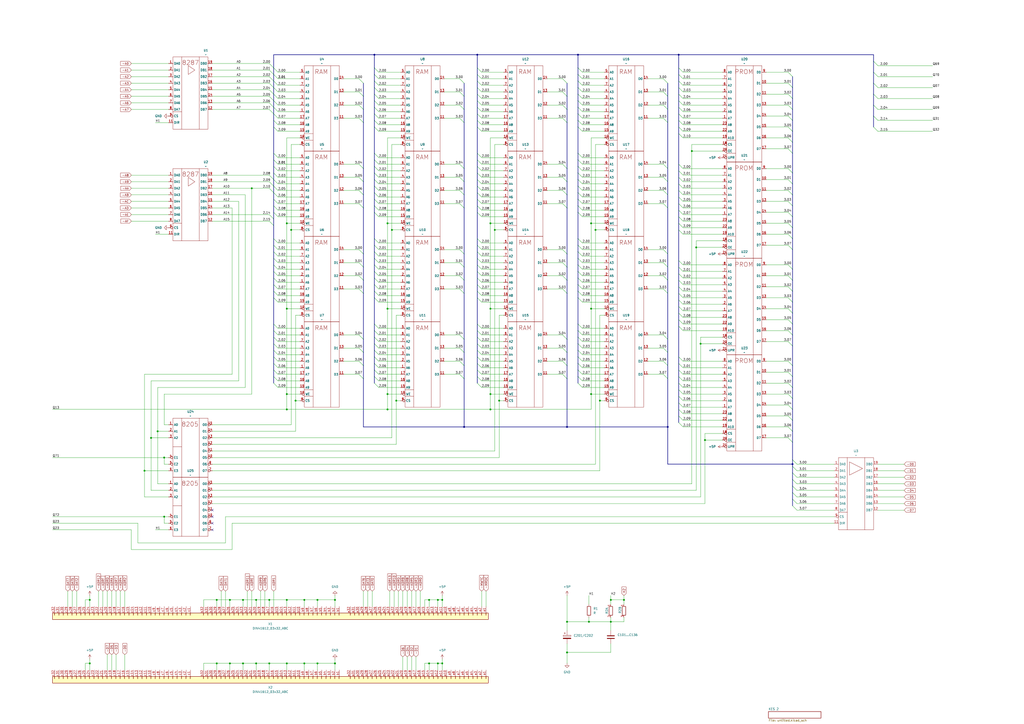
<source format=kicad_sch>
(kicad_sch (version 20231120) (generator "eeschema") (generator_version "8.0")
  (paper "A2")
  (lib_symbols
    (symbol "8287_1"
      (property "Reference" "U" (at 0 2.54 0))
      (symbol "8287_1_1_1"
        (pin bidirectional line (at 0 0 0) (length 2.54) (name "DA0") (number "1"))
        (pin input line (at 0 -34.29 0) (length 2.54) (name "DIR") (number "11"))
        (pin bidirectional line (at 25.4 -26.67 180) (length 2.54) (name "DB7") (number "12"))
        (pin bidirectional line (at 25.4 -22.86 180) (length 2.54) (name "DB6") (number "13"))
        (pin bidirectional line (at 25.4 -19.05 180) (length 2.54) (name "DB5") (number "14"))
        (pin bidirectional line (at 25.4 -15.24 180) (length 2.54) (name "DB4") (number "15"))
        (pin bidirectional line (at 25.4 -11.43 180) (length 2.54) (name "DB3") (number "16"))
        (pin bidirectional line (at 25.4 -7.62 180) (length 2.54) (name "DB2") (number "17"))
        (pin bidirectional line (at 25.4 -3.81 180) (length 2.54) (name "DB1") (number "18"))
        (pin bidirectional line (at 25.4 0 180) (length 2.54) (name "DB0") (number "19"))
        (pin bidirectional line (at 0 -3.81 0) (length 2.54) (name "DA1") (number "2"))
        (pin bidirectional line (at 0 -7.62 0) (length 2.54) (name "DA2") (number "3"))
        (pin bidirectional line (at 0 -11.43 0) (length 2.54) (name "DA3") (number "4"))
        (pin bidirectional line (at 0 -15.24 0) (length 2.54) (name "DA4") (number "5"))
        (pin bidirectional line (at 0 -19.05 0) (length 2.54) (name "DA5") (number "6"))
        (pin bidirectional line (at 0 -22.86 0) (length 2.54) (name "DA6") (number "7"))
        (pin bidirectional line (at 0 -26.67 0) (length 2.54) (name "DA7") (number "8"))
        (pin input inverted (at 0 -30.48 0) (length 2.54) (name "CS") (number "9"))
      )
    )
    (symbol "8287_2"
      (property "Reference" "U" (at 0 2.54 0))
      (symbol "8287_2_1_1"
        (text "8287" (at 12.7 0.508 0) (effects (font (size 2.54 2.54))))
        (pin bidirectional line (at 0 0 0) (length 2.54) (name "DA0") (number "1"))
        (pin input line (at 0 -34.29 0) (length 2.54) (name "DIR") (number "11"))
        (pin bidirectional line (at 25.4 -26.67 180) (length 2.54) (name "DB7") (number "12"))
        (pin bidirectional line (at 25.4 -22.86 180) (length 2.54) (name "DB6") (number "13"))
        (pin bidirectional line (at 25.4 -19.05 180) (length 2.54) (name "DB5") (number "14"))
        (pin bidirectional line (at 25.4 -15.24 180) (length 2.54) (name "DB4") (number "15"))
        (pin bidirectional line (at 25.4 -11.43 180) (length 2.54) (name "DB3") (number "16"))
        (pin bidirectional line (at 25.4 -7.62 180) (length 2.54) (name "DB2") (number "17"))
        (pin bidirectional line (at 25.4 -3.81 180) (length 2.54) (name "DB1") (number "18"))
        (pin bidirectional line (at 25.4 0 180) (length 2.54) (name "DB0") (number "19"))
        (pin bidirectional line (at 0 -3.81 0) (length 2.54) (name "DA1") (number "2"))
        (pin bidirectional line (at 0 -7.62 0) (length 2.54) (name "DA2") (number "3"))
        (pin bidirectional line (at 0 -11.43 0) (length 2.54) (name "DA3") (number "4"))
        (pin bidirectional line (at 0 -15.24 0) (length 2.54) (name "DA4") (number "5"))
        (pin bidirectional line (at 0 -19.05 0) (length 2.54) (name "DA5") (number "6"))
        (pin bidirectional line (at 0 -22.86 0) (length 2.54) (name "DA6") (number "7"))
        (pin bidirectional line (at 0 -26.67 0) (length 2.54) (name "DA7") (number "8"))
        (pin input inverted (at 0 -30.48 0) (length 2.54) (name "CS") (number "9"))
      )
    )
    (symbol "82er:8205"
      (property "Reference" "U" (at 0 2.54 0))
      (symbol "8205_1_1"
        (text "8205" (at 12.446 0.254 0) (effects (font (size 2.54 2.54))))
        (pin input line (at 0 0 0) (length 2.54) (name "A0") (number "1"))
        (pin output inverted (at 25.4 -19.05 180) (length 2.54) (name "O5") (number "10"))
        (pin output inverted (at 25.4 -15.24 180) (length 2.54) (name "O4") (number "11"))
        (pin output inverted (at 25.4 -11.43 180) (length 2.54) (name "O3") (number "12"))
        (pin output inverted (at 25.4 -7.62 180) (length 2.54) (name "O2") (number "13"))
        (pin output inverted (at 25.4 -3.81 180) (length 2.54) (name "O1") (number "14"))
        (pin output inverted (at 25.4 0 180) (length 2.54) (name "O0") (number "15"))
        (pin input line (at 0 -3.81 0) (length 2.54) (name "A1") (number "2"))
        (pin input line (at 0 -7.62 0) (length 2.54) (name "A2") (number "3"))
        (pin input inverted (at 0 -19.05 0) (length 2.54) (name "E1") (number "4"))
        (pin input inverted (at 0 -22.86 0) (length 2.54) (name "E2") (number "5"))
        (pin input line (at 0 -26.67 0) (length 2.54) (name "E3") (number "6"))
        (pin output inverted (at 25.4 -26.67 180) (length 2.54) (name "O7") (number "7"))
        (pin output inverted (at 25.4 -22.86 180) (length 2.54) (name "O6") (number "9"))
      )
    )
    (symbol "82er:8287"
      (property "Reference" "U" (at 0 2.54 0))
      (symbol "8287_1_1"
        (text "8287" (at 12.7 0.508 0) (effects (font (size 2.54 2.54))))
        (pin bidirectional line (at 0 0 0) (length 2.54) (name "DA0") (number "1"))
        (pin input line (at 0 -34.29 0) (length 2.54) (name "DIR") (number "11"))
        (pin bidirectional line (at 25.4 -26.67 180) (length 2.54) (name "DB7") (number "12"))
        (pin bidirectional line (at 25.4 -22.86 180) (length 2.54) (name "DB6") (number "13"))
        (pin bidirectional line (at 25.4 -19.05 180) (length 2.54) (name "DB5") (number "14"))
        (pin bidirectional line (at 25.4 -15.24 180) (length 2.54) (name "DB4") (number "15"))
        (pin bidirectional line (at 25.4 -11.43 180) (length 2.54) (name "DB3") (number "16"))
        (pin bidirectional line (at 25.4 -7.62 180) (length 2.54) (name "DB2") (number "17"))
        (pin bidirectional line (at 25.4 -3.81 180) (length 2.54) (name "DB1") (number "18"))
        (pin bidirectional line (at 25.4 0 180) (length 2.54) (name "DB0") (number "19"))
        (pin bidirectional line (at 0 -3.81 0) (length 2.54) (name "DA1") (number "2"))
        (pin bidirectional line (at 0 -7.62 0) (length 2.54) (name "DA2") (number "3"))
        (pin bidirectional line (at 0 -11.43 0) (length 2.54) (name "DA3") (number "4"))
        (pin bidirectional line (at 0 -15.24 0) (length 2.54) (name "DA4") (number "5"))
        (pin bidirectional line (at 0 -19.05 0) (length 2.54) (name "DA5") (number "6"))
        (pin bidirectional line (at 0 -22.86 0) (length 2.54) (name "DA6") (number "7"))
        (pin bidirectional line (at 0 -26.67 0) (length 2.54) (name "DA7") (number "8"))
        (pin input inverted (at 0 -30.48 0) (length 2.54) (name "CS") (number "9"))
      )
    )
    (symbol "82er:PROM"
      (property "Reference" "U" (at 0 2.54 0))
      (symbol "PROM_1_1"
        (text "PROM" (at 12.446 0.254 0) (effects (font (size 2.54 2.54))))
        (pin input line (at 0 -26.67 0) (length 2.54) (name "A7") (number "1"))
        (pin bidirectional line (at 25.4 -6.35 180) (length 2.54) (name "D1") (number "10"))
        (pin bidirectional line (at 25.4 -12.7 180) (length 2.54) (name "D2") (number "11"))
        (pin bidirectional line (at 25.4 -19.05 180) (length 2.54) (name "D3") (number "13"))
        (pin bidirectional line (at 25.4 -25.4 180) (length 2.54) (name "D4") (number "14"))
        (pin bidirectional line (at 25.4 -31.75 180) (length 2.54) (name "D5") (number "15"))
        (pin bidirectional line (at 25.4 -38.1 180) (length 2.54) (name "D6") (number "16"))
        (pin bidirectional line (at 25.4 -44.45 180) (length 2.54) (name "D7") (number "17"))
        (pin input inverted (at 0 -41.91 0) (length 2.54) (name "CS") (number "18"))
        (pin input line (at 0 -38.1 0) (length 2.54) (name "A10") (number "19"))
        (pin input line (at 0 -22.86 0) (length 2.54) (name "A6") (number "2"))
        (pin input inverted (at 0 -45.72 0) (length 2.54) (name "OE") (number "20"))
        (pin input inverted (at 0 -49.53 0) (length 2.54) (name "UPR") (number "21"))
        (pin input line (at 0 -34.29 0) (length 2.54) (name "A9") (number "22"))
        (pin input line (at 0 -30.48 0) (length 2.54) (name "A8") (number "23"))
        (pin input line (at 0 -19.05 0) (length 2.54) (name "A5") (number "3"))
        (pin input line (at 0 -15.24 0) (length 2.54) (name "A4") (number "4"))
        (pin input line (at 0 -11.43 0) (length 2.54) (name "A3") (number "5"))
        (pin input line (at 0 -7.62 0) (length 2.54) (name "A2") (number "6"))
        (pin input line (at 0 -3.81 0) (length 2.54) (name "A1") (number "7"))
        (pin input line (at 0 0 0) (length 2.54) (name "A0") (number "8"))
        (pin bidirectional line (at 25.4 0 180) (length 2.54) (name "D0") (number "9"))
      )
    )
    (symbol "82er:SRAM"
      (property "Reference" "U" (at 0 2.54 0))
      (symbol "SRAM_1_1"
        (text "RAM" (at 12.446 0.254 0) (effects (font (size 2.54 2.54))))
        (pin input line (at 0 -22.86 0) (length 2.54) (name "A6") (number "1"))
        (pin input inverted (at 0 -38.1 0) (length 2.54) (name "WE") (number "10"))
        (pin bidirectional line (at 25.4 -26.67 180) (length 2.54) (name "D3") (number "11"))
        (pin bidirectional line (at 25.4 -19.05 180) (length 2.54) (name "D2") (number "12"))
        (pin bidirectional line (at 25.4 -11.43 180) (length 2.54) (name "D1") (number "13"))
        (pin bidirectional line (at 25.4 -3.81 180) (length 2.54) (name "D0") (number "14"))
        (pin input line (at 0 -34.29 0) (length 2.54) (name "A9") (number "15"))
        (pin input line (at 0 -30.48 0) (length 2.54) (name "A8") (number "16"))
        (pin input line (at 0 -26.67 0) (length 2.54) (name "A7") (number "17"))
        (pin input line (at 0 -19.05 0) (length 2.54) (name "A5") (number "2"))
        (pin input line (at 0 -15.24 0) (length 2.54) (name "A4") (number "3"))
        (pin input line (at 0 -11.43 0) (length 2.54) (name "A3") (number "4"))
        (pin input line (at 0 0 0) (length 2.54) (name "A0") (number "5"))
        (pin input line (at 0 -3.81 0) (length 2.54) (name "A1") (number "6"))
        (pin input line (at 0 -7.62 0) (length 2.54) (name "A2") (number "7"))
        (pin input inverted (at 0 -41.91 0) (length 2.54) (name "CS") (number "8"))
      )
    )
    (symbol "Connector:DIN41612_02x32_AB" (pin_names (offset 1.016) hide)
      (property "Reference" "J1" (at 1.27 44.45 0))
      (property "Value" "DIN41612_03x32_ABC" (at 1.016 41.91 0))
      (symbol "DIN41612_02x32_AB_1_1"
        (pin passive line (at -5.08 38.1 0) (length 3.81) (name "Pin_a1") (number "a1"))
        (pin passive line (at -5.08 15.24 0) (length 3.81) (name "Pin_a10") (number "a10"))
        (pin passive line (at -5.08 12.7 0) (length 3.81) (name "Pin_a11") (number "a11"))
        (pin passive line (at -5.08 10.16 0) (length 3.81) (name "Pin_a12") (number "a12"))
        (pin passive line (at -5.08 7.62 0) (length 3.81) (name "Pin_a13") (number "a13"))
        (pin passive line (at -5.08 5.08 0) (length 3.81) (name "Pin_a14") (number "a14"))
        (pin passive line (at -5.08 2.54 0) (length 3.81) (name "Pin_a15") (number "a15"))
        (pin passive line (at -5.08 0 0) (length 3.81) (name "Pin_a16") (number "a16"))
        (pin passive line (at -5.08 -2.54 0) (length 3.81) (name "Pin_a17") (number "a17"))
        (pin passive line (at -5.08 -5.08 0) (length 3.81) (name "Pin_a18") (number "a18"))
        (pin passive line (at -5.08 -7.62 0) (length 3.81) (name "Pin_a19") (number "a19"))
        (pin passive line (at -5.08 35.56 0) (length 3.81) (name "Pin_a2") (number "a2"))
        (pin passive line (at -5.08 -10.16 0) (length 3.81) (name "Pin_a20") (number "a20"))
        (pin passive line (at -5.08 -12.7 0) (length 3.81) (name "Pin_a21") (number "a21"))
        (pin passive line (at -5.08 -15.24 0) (length 3.81) (name "Pin_a22") (number "a22"))
        (pin passive line (at -5.08 -17.78 0) (length 3.81) (name "Pin_a23") (number "a23"))
        (pin passive line (at -5.08 -20.32 0) (length 3.81) (name "Pin_a24") (number "a24"))
        (pin passive line (at -5.08 -22.86 0) (length 3.81) (name "Pin_a25") (number "a25"))
        (pin passive line (at -5.08 -25.4 0) (length 3.81) (name "Pin_a26") (number "a26"))
        (pin passive line (at -5.08 -27.94 0) (length 3.81) (name "Pin_a27") (number "a27"))
        (pin passive line (at -5.08 -30.48 0) (length 3.81) (name "Pin_a28") (number "a28"))
        (pin passive line (at -5.08 -33.02 0) (length 3.81) (name "Pin_a29") (number "a29"))
        (pin passive line (at -5.08 33.02 0) (length 3.81) (name "Pin_a3") (number "a3"))
        (pin passive line (at -5.08 -35.56 0) (length 3.81) (name "Pin_a30") (number "a30"))
        (pin passive line (at -5.08 -38.1 0) (length 3.81) (name "Pin_a31") (number "a31"))
        (pin passive line (at -5.08 -40.64 0) (length 3.81) (name "Pin_a32") (number "a32"))
        (pin passive line (at -5.08 30.48 0) (length 3.81) (name "Pin_a4") (number "a4"))
        (pin passive line (at -5.08 27.94 0) (length 3.81) (name "Pin_a5") (number "a5"))
        (pin passive line (at -5.08 25.4 0) (length 3.81) (name "Pin_a6") (number "a6"))
        (pin passive line (at -5.08 22.86 0) (length 3.81) (name "Pin_a7") (number "a7"))
        (pin passive line (at -5.08 20.32 0) (length 3.81) (name "Pin_a8") (number "a8"))
        (pin passive line (at -5.08 17.78 0) (length 3.81) (name "Pin_a9") (number "a9"))
        (pin passive line (at -5.08 -46.99 0) (length 3.81) (name "Pin_b1") (number "b1"))
        (pin passive line (at -5.08 -69.85 0) (length 3.81) (name "Pin_b10") (number "b10"))
        (pin passive line (at -5.08 -72.39 0) (length 3.81) (name "Pin_b11") (number "b11"))
        (pin passive line (at -5.08 -74.93 0) (length 3.81) (name "Pin_b12") (number "b12"))
        (pin passive line (at -5.08 -77.47 0) (length 3.81) (name "Pin_b13") (number "b13"))
        (pin passive line (at -5.08 -80.01 0) (length 3.81) (name "Pin_b14") (number "b14"))
        (pin passive line (at -5.08 -82.55 0) (length 3.81) (name "Pin_b15") (number "b15"))
        (pin passive line (at -5.08 -85.09 0) (length 3.81) (name "Pin_b16") (number "b16"))
        (pin passive line (at -5.08 -87.63 0) (length 3.81) (name "Pin_b17") (number "b17"))
        (pin passive line (at -5.08 -90.17 0) (length 3.81) (name "Pin_b18") (number "b18"))
        (pin passive line (at -5.08 -92.71 0) (length 3.81) (name "Pin_b19") (number "b19"))
        (pin passive line (at -5.08 -49.53 0) (length 3.81) (name "Pin_b2") (number "b2"))
        (pin passive line (at -5.08 -95.25 0) (length 3.81) (name "Pin_b20") (number "b20"))
        (pin passive line (at -5.08 -97.79 0) (length 3.81) (name "Pin_b21") (number "b21"))
        (pin passive line (at -5.08 -100.33 0) (length 3.81) (name "Pin_b22") (number "b22"))
        (pin passive line (at -5.08 -102.87 0) (length 3.81) (name "Pin_b23") (number "b23"))
        (pin passive line (at -5.08 -105.41 0) (length 3.81) (name "Pin_b24") (number "b24"))
        (pin passive line (at -5.08 -107.95 0) (length 3.81) (name "Pin_b25") (number "b25"))
        (pin passive line (at -5.08 -110.49 0) (length 3.81) (name "Pin_b26") (number "b26"))
        (pin passive line (at -5.08 -113.03 0) (length 3.81) (name "Pin_b27") (number "b27"))
        (pin passive line (at -5.08 -115.57 0) (length 3.81) (name "Pin_b28") (number "b28"))
        (pin passive line (at -5.08 -118.11 0) (length 3.81) (name "Pin_b29") (number "b29"))
        (pin passive line (at -5.08 -52.07 0) (length 3.81) (name "Pin_b3") (number "b3"))
        (pin passive line (at -5.08 -120.65 0) (length 3.81) (name "Pin_b30") (number "b30"))
        (pin passive line (at -5.08 -123.19 0) (length 3.81) (name "Pin_b31") (number "b31"))
        (pin passive line (at -5.08 -125.73 0) (length 3.81) (name "Pin_b32") (number "b32"))
        (pin passive line (at -5.08 -54.61 0) (length 3.81) (name "Pin_b4") (number "b4"))
        (pin passive line (at -5.08 -57.15 0) (length 3.81) (name "Pin_b5") (number "b5"))
        (pin passive line (at -5.08 -59.69 0) (length 3.81) (name "Pin_b6") (number "b6"))
        (pin passive line (at -5.08 -62.23 0) (length 3.81) (name "Pin_b7") (number "b7"))
        (pin passive line (at -5.08 -64.77 0) (length 3.81) (name "Pin_b8") (number "b8"))
        (pin passive line (at -5.08 -67.31 0) (length 3.81) (name "Pin_b9") (number "b9"))
        (pin passive line (at -5.08 -133.35 0) (length 3.81) (name "Pin_c1") (number "c1"))
        (pin passive line (at -5.08 -156.21 0) (length 3.81) (name "Pin_c10") (number "c10"))
        (pin passive line (at -5.08 -158.75 0) (length 3.81) (name "Pin_c11") (number "c11"))
        (pin passive line (at -5.08 -161.29 0) (length 3.81) (name "Pin_c12") (number "c12"))
        (pin passive line (at -5.08 -163.83 0) (length 3.81) (name "Pin_c13") (number "c13"))
        (pin passive line (at -5.08 -166.37 0) (length 3.81) (name "Pin_c14") (number "c14"))
        (pin passive line (at -5.08 -168.91 0) (length 3.81) (name "Pin_c15") (number "c15"))
        (pin passive line (at -5.08 -171.45 0) (length 3.81) (name "Pin_c16") (number "c16"))
        (pin passive line (at -5.08 -173.99 0) (length 3.81) (name "Pin_c17") (number "c17"))
        (pin passive line (at -5.08 -176.53 0) (length 3.81) (name "Pin_c18") (number "c18"))
        (pin passive line (at -5.08 -179.07 0) (length 3.81) (name "Pin_c19") (number "c19"))
        (pin passive line (at -5.08 -135.89 0) (length 3.81) (name "Pin_c2") (number "c2"))
        (pin passive line (at -5.08 -181.61 0) (length 3.81) (name "Pin_c20") (number "c20"))
        (pin passive line (at -5.08 -184.15 0) (length 3.81) (name "Pin_c21") (number "c21"))
        (pin passive line (at -5.08 -186.69 0) (length 3.81) (name "Pin_c22") (number "c22"))
        (pin passive line (at -5.08 -189.23 0) (length 3.81) (name "Pin_c23") (number "c23"))
        (pin passive line (at -5.08 -191.77 0) (length 3.81) (name "Pin_c24") (number "c24"))
        (pin passive line (at -5.08 -194.31 0) (length 3.81) (name "Pin_c25") (number "c25"))
        (pin passive line (at -5.08 -196.85 0) (length 3.81) (name "Pin_c26") (number "c26"))
        (pin passive line (at -5.08 -199.39 0) (length 3.81) (name "Pin_c27") (number "c27"))
        (pin passive line (at -5.08 -201.93 0) (length 3.81) (name "Pin_c28") (number "c28"))
        (pin passive line (at -5.08 -204.47 0) (length 3.81) (name "Pin_c29") (number "c29"))
        (pin passive line (at -5.08 -138.43 0) (length 3.81) (name "Pin_c3") (number "c3"))
        (pin passive line (at -5.08 -207.01 0) (length 3.81) (name "Pin_c30") (number "c30"))
        (pin passive line (at -5.08 -209.55 0) (length 3.81) (name "Pin_c31") (number "c31"))
        (pin passive line (at -5.08 -212.09 0) (length 3.81) (name "Pin_c32") (number "c32"))
        (pin passive line (at -5.08 -140.97 0) (length 3.81) (name "Pin_c4") (number "c4"))
        (pin passive line (at -5.08 -143.51 0) (length 3.81) (name "Pin_c5") (number "c5"))
        (pin passive line (at -5.08 -146.05 0) (length 3.81) (name "Pin_c6") (number "c6"))
        (pin passive line (at -5.08 -148.59 0) (length 3.81) (name "Pin_c7") (number "c7"))
        (pin passive line (at -5.08 -151.13 0) (length 3.81) (name "Pin_c8") (number "c8"))
        (pin passive line (at -5.08 -153.67 0) (length 3.81) (name "Pin_c9") (number "c9"))
      )
    )
    (symbol "Device:C" (pin_numbers hide) (pin_names (offset 0.254))
      (property "Reference" "C" (at 0.635 2.54 0))
      (property "Value" "C" (at 0.635 -2.54 0))
      (symbol "C_1_1"
        (pin passive line (at 0 3.81 270) (length 2.794) (name "~") (number "1"))
        (pin passive line (at 0 -3.81 90) (length 2.794) (name "~") (number "2"))
      )
    )
    (symbol "Device:C_Polarized" (pin_numbers hide) (pin_names (offset 0.254))
      (property "Reference" "C" (at 0.635 2.54 0))
      (property "Value" "C_Polarized" (at 0.635 -2.54 0))
      (symbol "C_Polarized_1_1"
        (pin passive line (at 0 3.81 270) (length 2.794) (name "~") (number "1"))
        (pin passive line (at 0 -3.81 90) (length 2.794) (name "~") (number "2"))
      )
    )
    (symbol "Device:R" (pin_numbers hide) (pin_names (offset 0))
      (property "Reference" "R" (at 2.032 0 90))
      (property "Value" "R" (at 0 0 90))
      (symbol "R_1_1"
        (pin passive line (at 0 3.81 270) (length 1.27) (name "~") (number "1"))
        (pin passive line (at 0 -3.81 90) (length 1.27) (name "~") (number "2"))
      )
    )
    (symbol "Device:R_Network07_Split" (pin_names (offset 0) hide)
      (property "Reference" "RN" (at 2.032 0 90))
      (property "Value" "R_Network07_Split" (at 0 0 90))
      (symbol "R_Network07_Split_0_1"
        (pin passive line (at 0 3.81 270) (length 1.27) (name "R1") (number "1"))
      )
      (symbol "R_Network07_Split_1_1"
        (pin passive line (at 0 -3.81 90) (length 1.27) (name "R1.2") (number "2"))
      )
      (symbol "R_Network07_Split_2_1"
        (pin passive line (at 0 -3.81 90) (length 1.27) (name "R2.2") (number "3"))
      )
      (symbol "R_Network07_Split_3_1"
        (pin passive line (at 0 -3.81 90) (length 1.27) (name "R3.2") (number "4"))
      )
      (symbol "R_Network07_Split_4_1"
        (pin passive line (at 0 -3.81 90) (length 1.27) (name "R4.2") (number "5"))
      )
      (symbol "R_Network07_Split_5_1"
        (pin passive line (at 0 -3.81 90) (length 1.27) (name "R5.2") (number "6"))
      )
      (symbol "R_Network07_Split_6_1"
        (pin passive line (at 0 -3.81 90) (length 1.27) (name "R6.2") (number "7"))
      )
      (symbol "R_Network07_Split_7_1"
        (pin passive line (at 0 -3.81 90) (length 1.27) (name "R7.2") (number "8"))
      )
    )
    (symbol "power:+5P" (power) (pin_numbers hide) (pin_names (offset 0) hide)
      (property "Value" "+5P" (at 0 3.556 0))
      (symbol "+5P_1_1"
        (pin power_in line (at 0 0 90) (length 0) (name "~") (number "1"))
      )
    )
    (symbol "power:GND" (power) (pin_numbers hide) (pin_names (offset 0) hide)
      (property "Value" "GND" (at 0 -3.81 0))
      (symbol "GND_1_1"
        (pin power_in line (at 0 0 270) (length 0) (name "~") (number "1"))
      )
    )
  )
  (junction (at 52.07 347.98))
  (junction (at 156.21 347.98))
  (junction (at 289.56 232.41))
  (junction (at 224.79 179.07))
  (junction (at 254 347.98))
  (junction (at 403.86 143.51))
  (junction (at 335.28 31.75))
  (junction (at 224.79 237.49))
  (junction (at 95.25 299.72))
  (junction (at 256.54 384.81))
  (junction (at 166.37 347.98))
  (junction (at 168.91 133.35))
  (junction (at 224.79 228.6))
  (junction (at 166.37 179.07))
  (junction (at 347.98 232.41))
  (junction (at 125.73 347.98))
  (junction (at 387.35 247.65))
  (junction (at 176.53 384.81))
  (junction (at 354.33 347.98))
  (junction (at 256.54 347.98))
  (junction (at 87.63 254))
  (junction (at 83.82 273.05))
  (junction (at 284.48 237.49))
  (junction (at 171.45 232.41))
  (junction (at 284.48 179.07))
  (junction (at 148.59 347.98))
  (junction (at 133.35 347.98))
  (junction (at 342.9 179.07))
  (junction (at 248.92 384.81))
  (junction (at 140.97 384.81))
  (junction (at 254 384.81))
  (junction (at 224.79 129.54))
  (junction (at 408.94 255.27))
  (junction (at 156.21 384.81))
  (junction (at 406.4 199.39))
  (junction (at 146.05 109.22))
  (junction (at 248.92 347.98))
  (junction (at 194.31 384.81))
  (junction (at 125.73 384.81))
  (junction (at 52.07 384.81))
  (junction (at 276.86 31.75))
  (junction (at 91.44 250.19))
  (junction (at 166.37 129.54))
  (junction (at 361.95 347.98))
  (junction (at 459.74 269.24))
  (junction (at 217.17 31.75))
  (junction (at 342.9 129.54))
  (junction (at 140.97 347.98))
  (junction (at 328.93 378.46))
  (junction (at 166.37 384.81))
  (junction (at 176.53 347.98))
  (junction (at 166.37 228.6))
  (junction (at 328.93 247.65))
  (junction (at 184.15 384.81))
  (junction (at 354.33 360.68))
  (junction (at 269.24 247.65))
  (junction (at 95.25 265.43))
  (junction (at 229.87 232.41))
  (junction (at 328.93 360.68))
  (junction (at 194.31 347.98))
  (junction (at 166.37 237.49))
  (junction (at 133.35 384.81))
  (junction (at 393.7 31.75))
  (junction (at 148.59 384.81))
  (junction (at 284.48 129.54))
  (junction (at 401.32 87.63))
  (junction (at 342.9 228.6))
  (junction (at 227.33 133.35))
  (junction (at 287.02 133.35))
  (junction (at 284.48 228.6))
  (junction (at 184.15 347.98))
  (junction (at 345.44 133.35))
  (junction (at 341.63 360.68))
  (no_connect (at 123.19 307.34))
  (no_connect (at 123.19 303.53))
  (no_connect (at 123.19 299.72))
  (no_connect (at 123.19 295.91))
  (bus_entry (at 457.2 129.54) (size 2.54 2.54))
  (bus_entry (at 266.7 60.96) (size 2.54 2.54))
  (bus_entry (at 156.21 36.83) (size 2.54 2.54))
  (bus_entry (at 158.75 111.76) (size 2.54 2.54))
  (bus_entry (at 335.28 157.48) (size 2.54 2.54))
  (bus_entry (at 217.17 92.71) (size 2.54 2.54))
  (bus_entry (at 457.2 209.55) (size 2.54 2.54))
  (bus_entry (at 208.28 167.64) (size 2.54 2.54))
  (bus_entry (at 393.7 73.66) (size 2.54 2.54))
  (bus_entry (at 158.75 146.05) (size 2.54 2.54))
  (bus_entry (at 326.39 118.11) (size 2.54 2.54))
  (bus_entry (at 393.7 102.87) (size 2.54 2.54))
  (bus_entry (at 276.86 199.39) (size 2.54 2.54))
  (bus_entry (at 457.2 142.24) (size 2.54 2.54))
  (bus_entry (at 457.2 67.31) (size 2.54 2.54))
  (bus_entry (at 217.17 115.57) (size 2.54 2.54))
  (bus_entry (at 158.75 39.37) (size 2.54 2.54))
  (bus_entry (at 217.17 172.72) (size 2.54 2.54))
  (bus_entry (at 384.81 118.11) (size 2.54 2.54))
  (bus_entry (at 457.2 172.72) (size 2.54 2.54))
  (bus_entry (at 457.2 241.3) (size 2.54 2.54))
  (bus_entry (at 158.75 172.72) (size 2.54 2.54))
  (bus_entry (at 393.7 77.47) (size 2.54 2.54))
  (bus_entry (at 266.7 201.93) (size 2.54 2.54))
  (bus_entry (at 266.7 160.02) (size 2.54 2.54))
  (bus_entry (at 276.86 161.29) (size 2.54 2.54))
  (bus_entry (at 266.7 194.31) (size 2.54 2.54))
  (bus_entry (at 217.17 100.33) (size 2.54 2.54))
  (bus_entry (at 208.28 53.34) (size 2.54 2.54))
  (bus_entry (at 335.28 203.2) (size 2.54 2.54))
  (bus_entry (at 393.7 189.23) (size 2.54 2.54))
  (bus_entry (at 208.28 60.96) (size 2.54 2.54))
  (bus_entry (at 276.86 187.96) (size 2.54 2.54))
  (bus_entry (at 217.17 50.8) (size 2.54 2.54))
  (bus_entry (at 393.7 110.49) (size 2.54 2.54))
  (bus_entry (at 217.17 119.38) (size 2.54 2.54))
  (bus_entry (at 158.75 50.8) (size 2.54 2.54))
  (bus_entry (at 326.39 102.87) (size 2.54 2.54))
  (bus_entry (at 393.7 118.11) (size 2.54 2.54))
  (bus_entry (at 276.86 165.1) (size 2.54 2.54))
  (bus_entry (at 276.86 218.44) (size 2.54 2.54))
  (bus_entry (at 158.75 123.19) (size 2.54 2.54))
  (bus_entry (at 158.75 46.99) (size 2.54 2.54))
  (bus_entry (at 217.17 203.2) (size 2.54 2.54))
  (bus_entry (at 335.28 207.01) (size 2.54 2.54))
  (bus_entry (at 457.2 198.12) (size 2.54 2.54))
  (bus_entry (at 158.75 161.29) (size 2.54 2.54))
  (bus_entry (at 393.7 173.99) (size 2.54 2.54))
  (bus_entry (at 393.7 207.01) (size 2.54 2.54))
  (bus_entry (at 217.17 138.43) (size 2.54 2.54))
  (bus_entry (at 276.86 195.58) (size 2.54 2.54))
  (bus_entry (at 326.39 68.58) (size 2.54 2.54))
  (bus_entry (at 208.28 110.49) (size 2.54 2.54))
  (bus_entry (at 457.2 41.91) (size 2.54 2.54))
  (bus_entry (at 208.28 45.72) (size 2.54 2.54))
  (bus_entry (at 276.86 168.91) (size 2.54 2.54))
  (bus_entry (at 393.7 66.04) (size 2.54 2.54))
  (bus_entry (at 457.2 191.77) (size 2.54 2.54))
  (bus_entry (at 208.28 68.58) (size 2.54 2.54))
  (bus_entry (at 217.17 168.91) (size 2.54 2.54))
  (bus_entry (at 217.17 46.99) (size 2.54 2.54))
  (bus_entry (at 393.7 162.56) (size 2.54 2.54))
  (bus_entry (at 276.86 115.57) (size 2.54 2.54))
  (bus_entry (at 393.7 214.63) (size 2.54 2.54))
  (bus_entry (at 457.2 215.9) (size 2.54 2.54))
  (bus_entry (at 335.28 214.63) (size 2.54 2.54))
  (bus_entry (at 158.75 54.61) (size 2.54 2.54))
  (bus_entry (at 506.73 67.31) (size 2.54 2.54))
  (bus_entry (at 457.2 135.89) (size 2.54 2.54))
  (bus_entry (at 335.28 43.18) (size 2.54 2.54))
  (bus_entry (at 276.86 138.43) (size 2.54 2.54))
  (bus_entry (at 335.28 161.29) (size 2.54 2.54))
  (bus_entry (at 393.7 218.44) (size 2.54 2.54))
  (bus_entry (at 266.7 95.25) (size 2.54 2.54))
  (bus_entry (at 384.81 102.87) (size 2.54 2.54))
  (bus_entry (at 276.86 191.77) (size 2.54 2.54))
  (bus_entry (at 384.81 60.96) (size 2.54 2.54))
  (bus_entry (at 276.86 111.76) (size 2.54 2.54))
  (bus_entry (at 158.75 142.24) (size 2.54 2.54))
  (bus_entry (at 393.7 237.49) (size 2.54 2.54))
  (bus_entry (at 217.17 195.58) (size 2.54 2.54))
  (bus_entry (at 158.75 203.2) (size 2.54 2.54))
  (bus_entry (at 217.17 207.01) (size 2.54 2.54))
  (bus_entry (at 393.7 106.68) (size 2.54 2.54))
  (bus_entry (at 459.74 289.56) (size 2.54 2.54))
  (bus_entry (at 459.74 270.51) (size 2.54 2.54))
  (bus_entry (at 156.21 124.46) (size 2.54 2.54))
  (bus_entry (at 326.39 217.17) (size 2.54 2.54))
  (bus_entry (at 217.17 222.25) (size 2.54 2.54))
  (bus_entry (at 158.75 115.57) (size 2.54 2.54))
  (bus_entry (at 335.28 210.82) (size 2.54 2.54))
  (bus_entry (at 457.2 60.96) (size 2.54 2.54))
  (bus_entry (at 393.7 241.3) (size 2.54 2.54))
  (bus_entry (at 276.86 58.42) (size 2.54 2.54))
  (bus_entry (at 217.17 153.67) (size 2.54 2.54))
  (bus_entry (at 276.86 203.2) (size 2.54 2.54))
  (bus_entry (at 384.81 217.17) (size 2.54 2.54))
  (bus_entry (at 457.2 116.84) (size 2.54 2.54))
  (bus_entry (at 457.2 228.6) (size 2.54 2.54))
  (bus_entry (at 326.39 209.55) (size 2.54 2.54))
  (bus_entry (at 393.7 170.18) (size 2.54 2.54))
  (bus_entry (at 335.28 115.57) (size 2.54 2.54))
  (bus_entry (at 217.17 88.9) (size 2.54 2.54))
  (bus_entry (at 326.39 60.96) (size 2.54 2.54))
  (bus_entry (at 335.28 50.8) (size 2.54 2.54))
  (bus_entry (at 335.28 138.43) (size 2.54 2.54))
  (bus_entry (at 217.17 39.37) (size 2.54 2.54))
  (bus_entry (at 457.2 185.42) (size 2.54 2.54))
  (bus_entry (at 156.21 55.88) (size 2.54 2.54))
  (bus_entry (at 158.75 222.25) (size 2.54 2.54))
  (bus_entry (at 335.28 39.37) (size 2.54 2.54))
  (bus_entry (at 335.28 66.04) (size 2.54 2.54))
  (bus_entry (at 393.7 210.82) (size 2.54 2.54))
  (bus_entry (at 276.86 214.63) (size 2.54 2.54))
  (bus_entry (at 217.17 199.39) (size 2.54 2.54))
  (bus_entry (at 384.81 194.31) (size 2.54 2.54))
  (bus_entry (at 208.28 194.31) (size 2.54 2.54))
  (bus_entry (at 276.86 104.14) (size 2.54 2.54))
  (bus_entry (at 158.75 149.86) (size 2.54 2.54))
  (bus_entry (at 158.75 207.01) (size 2.54 2.54))
  (bus_entry (at 158.75 104.14) (size 2.54 2.54))
  (bus_entry (at 276.86 73.66) (size 2.54 2.54))
  (bus_entry (at 158.75 168.91) (size 2.54 2.54))
  (bus_entry (at 266.7 209.55) (size 2.54 2.54))
  (bus_entry (at 158.75 58.42) (size 2.54 2.54))
  (bus_entry (at 217.17 104.14) (size 2.54 2.54))
  (bus_entry (at 393.7 46.99) (size 2.54 2.54))
  (bus_entry (at 393.7 185.42) (size 2.54 2.54))
  (bus_entry (at 457.2 179.07) (size 2.54 2.54))
  (bus_entry (at 276.86 43.18) (size 2.54 2.54))
  (bus_entry (at 335.28 222.25) (size 2.54 2.54))
  (bus_entry (at 217.17 165.1) (size 2.54 2.54))
  (bus_entry (at 158.75 138.43) (size 2.54 2.54))
  (bus_entry (at 393.7 166.37) (size 2.54 2.54))
  (bus_entry (at 158.75 96.52) (size 2.54 2.54))
  (bus_entry (at 266.7 110.49) (size 2.54 2.54))
  (bus_entry (at 457.2 97.79) (size 2.54 2.54))
  (bus_entry (at 276.86 172.72) (size 2.54 2.54))
  (bus_entry (at 276.86 210.82) (size 2.54 2.54))
  (bus_entry (at 156.21 109.22) (size 2.54 2.54))
  (bus_entry (at 326.39 45.72) (size 2.54 2.54))
  (bus_entry (at 217.17 66.04) (size 2.54 2.54))
  (bus_entry (at 217.17 146.05) (size 2.54 2.54))
  (bus_entry (at 158.75 210.82) (size 2.54 2.54))
  (bus_entry (at 326.39 110.49) (size 2.54 2.54))
  (bus_entry (at 217.17 123.19) (size 2.54 2.54))
  (bus_entry (at 384.81 144.78) (size 2.54 2.54))
  (bus_entry (at 393.7 54.61) (size 2.54 2.54))
  (bus_entry (at 217.17 214.63) (size 2.54 2.54))
  (bus_entry (at 266.7 118.11) (size 2.54 2.54))
  (bus_entry (at 217.17 157.48) (size 2.54 2.54))
  (bus_entry (at 393.7 121.92) (size 2.54 2.54))
  (bus_entry (at 276.86 66.04) (size 2.54 2.54))
  (bus_entry (at 393.7 245.11) (size 2.54 2.54))
  (bus_entry (at 158.75 66.04) (size 2.54 2.54))
  (bus_entry (at 217.17 69.85) (size 2.54 2.54))
  (bus_entry (at 393.7 50.8) (size 2.54 2.54))
  (bus_entry (at 217.17 187.96) (size 2.54 2.54))
  (bus_entry (at 335.28 69.85) (size 2.54 2.54))
  (bus_entry (at 393.7 95.25) (size 2.54 2.54))
  (bus_entry (at 459.74 266.7) (size 2.54 2.54))
  (bus_entry (at 459.74 278.13) (size 2.54 2.54))
  (bus_entry (at 158.75 100.33) (size 2.54 2.54))
  (bus_entry (at 393.7 39.37) (size 2.54 2.54))
  (bus_entry (at 156.21 63.5) (size 2.54 2.54))
  (bus_entry (at 266.7 45.72) (size 2.54 2.54))
  (bus_entry (at 393.7 99.06) (size 2.54 2.54))
  (bus_entry (at 393.7 177.8) (size 2.54 2.54))
  (bus_entry (at 156.21 105.41) (size 2.54 2.54))
  (bus_entry (at 276.86 222.25) (size 2.54 2.54))
  (bus_entry (at 217.17 54.61) (size 2.54 2.54))
  (bus_entry (at 158.75 62.23) (size 2.54 2.54))
  (bus_entry (at 335.28 172.72) (size 2.54 2.54))
  (bus_entry (at 384.81 53.34) (size 2.54 2.54))
  (bus_entry (at 326.39 152.4) (size 2.54 2.54))
  (bus_entry (at 217.17 191.77) (size 2.54 2.54))
  (bus_entry (at 266.7 152.4) (size 2.54 2.54))
  (bus_entry (at 158.75 107.95) (size 2.54 2.54))
  (bus_entry (at 335.28 191.77) (size 2.54 2.54))
  (bus_entry (at 276.86 92.71) (size 2.54 2.54))
  (bus_entry (at 276.86 207.01) (size 2.54 2.54))
  (bus_entry (at 276.86 96.52) (size 2.54 2.54))
  (bus_entry (at 335.28 96.52) (size 2.54 2.54))
  (bus_entry (at 208.28 160.02) (size 2.54 2.54))
  (bus_entry (at 217.17 111.76) (size 2.54 2.54))
  (bus_entry (at 158.75 119.38) (size 2.54 2.54))
  (bus_entry (at 156.21 52.07) (size 2.54 2.54))
  (bus_entry (at 335.28 146.05) (size 2.54 2.54))
  (bus_entry (at 156.21 40.64) (size 2.54 2.54))
  (bus_entry (at 208.28 102.87) (size 2.54 2.54))
  (bus_entry (at 266.7 102.87) (size 2.54 2.54))
  (bus_entry (at 276.86 119.38) (size 2.54 2.54))
  (bus_entry (at 158.75 214.63) (size 2.54 2.54))
  (bus_entry (at 335.28 199.39) (size 2.54 2.54))
  (bus_entry (at 393.7 125.73) (size 2.54 2.54))
  (bus_entry (at 217.17 161.29) (size 2.54 2.54))
  (bus_entry (at 384.81 110.49) (size 2.54 2.54))
  (bus_entry (at 393.7 181.61) (size 2.54 2.54))
  (bus_entry (at 276.86 50.8) (size 2.54 2.54))
  (bus_entry (at 335.28 58.42) (size 2.54 2.54))
  (bus_entry (at 208.28 144.78) (size 2.54 2.54))
  (bus_entry (at 393.7 154.94) (size 2.54 2.54))
  (bus_entry (at 276.86 54.61) (size 2.54 2.54))
  (bus_entry (at 158.75 165.1) (size 2.54 2.54))
  (bus_entry (at 384.81 201.93) (size 2.54 2.54))
  (bus_entry (at 156.21 44.45) (size 2.54 2.54))
  (bus_entry (at 158.75 73.66) (size 2.54 2.54))
  (bus_entry (at 208.28 152.4) (size 2.54 2.54))
  (bus_entry (at 506.73 41.91) (size 2.54 2.54))
  (bus_entry (at 393.7 114.3) (size 2.54 2.54))
  (bus_entry (at 276.86 153.67) (size 2.54 2.54))
  (bus_entry (at 158.75 187.96) (size 2.54 2.54))
  (bus_entry (at 217.17 73.66) (size 2.54 2.54))
  (bus_entry (at 393.7 151.13) (size 2.54 2.54))
  (bus_entry (at 335.28 92.71) (size 2.54 2.54))
  (bus_entry (at 217.17 43.18) (size 2.54 2.54))
  (bus_entry (at 457.2 160.02) (size 2.54 2.54))
  (bus_entry (at 326.39 144.78) (size 2.54 2.54))
  (bus_entry (at 459.74 281.94) (size 2.54 2.54))
  (bus_entry (at 335.28 104.14) (size 2.54 2.54))
  (bus_entry (at 158.75 191.77) (size 2.54 2.54))
  (bus_entry (at 393.7 58.42) (size 2.54 2.54))
  (bus_entry (at 384.81 45.72) (size 2.54 2.54))
  (bus_entry (at 208.28 95.25) (size 2.54 2.54))
  (bus_entry (at 393.7 158.75) (size 2.54 2.54))
  (bus_entry (at 393.7 229.87) (size 2.54 2.54))
  (bus_entry (at 156.21 101.6) (size 2.54 2.54))
  (bus_entry (at 158.75 157.48) (size 2.54 2.54))
  (bus_entry (at 384.81 152.4) (size 2.54 2.54))
  (bus_entry (at 276.86 142.24) (size 2.54 2.54))
  (bus_entry (at 217.17 149.86) (size 2.54 2.54))
  (bus_entry (at 217.17 218.44) (size 2.54 2.54))
  (bus_entry (at 276.86 69.85) (size 2.54 2.54))
  (bus_entry (at 393.7 226.06) (size 2.54 2.54))
  (bus_entry (at 266.7 53.34) (size 2.54 2.54))
  (bus_entry (at 266.7 68.58) (size 2.54 2.54))
  (bus_entry (at 384.81 167.64) (size 2.54 2.54))
  (bus_entry (at 335.28 119.38) (size 2.54 2.54))
  (bus_entry (at 208.28 201.93) (size 2.54 2.54))
  (bus_entry (at 326.39 160.02) (size 2.54 2.54))
  (bus_entry (at 393.7 133.35) (size 2.54 2.54))
  (bus_entry (at 457.2 234.95) (size 2.54 2.54))
  (bus_entry (at 384.81 95.25) (size 2.54 2.54))
  (bus_entry (at 276.86 46.99) (size 2.54 2.54))
  (bus_entry (at 156.21 59.69) (size 2.54 2.54))
  (bus_entry (at 457.2 254) (size 2.54 2.54))
  (bus_entry (at 326.39 53.34) (size 2.54 2.54))
  (bus_entry (at 276.86 107.95) (size 2.54 2.54))
  (bus_entry (at 335.28 88.9) (size 2.54 2.54))
  (bus_entry (at 158.75 92.71) (size 2.54 2.54))
  (bus_entry (at 276.86 123.19) (size 2.54 2.54))
  (bus_entry (at 335.28 73.66) (size 2.54 2.54))
  (bus_entry (at 457.2 80.01) (size 2.54 2.54))
  (bus_entry (at 266.7 167.64) (size 2.54 2.54))
  (bus_entry (at 457.2 153.67) (size 2.54 2.54))
  (bus_entry (at 158.75 88.9) (size 2.54 2.54))
  (bus_entry (at 393.7 129.54) (size 2.54 2.54))
  (bus_entry (at 335.28 168.91) (size 2.54 2.54))
  (bus_entry (at 217.17 142.24) (size 2.54 2.54))
  (bus_entry (at 393.7 62.23) (size 2.54 2.54))
  (bus_entry (at 384.81 160.02) (size 2.54 2.54))
  (bus_entry (at 393.7 222.25) (size 2.54 2.54))
  (bus_entry (at 158.75 218.44) (size 2.54 2.54))
  (bus_entry (at 335.28 218.44) (size 2.54 2.54))
  (bus_entry (at 217.17 107.95) (size 2.54 2.54))
  (bus_entry (at 156.21 48.26) (size 2.54 2.54))
  (bus_entry (at 506.73 73.66) (size 2.54 2.54))
  (bus_entry (at 506.73 60.96) (size 2.54 2.54))
  (bus_entry (at 335.28 153.67) (size 2.54 2.54))
  (bus_entry (at 276.86 100.33) (size 2.54 2.54))
  (bus_entry (at 384.81 68.58) (size 2.54 2.54))
  (bus_entry (at 335.28 165.1) (size 2.54 2.54))
  (bus_entry (at 276.86 157.48) (size 2.54 2.54))
  (bus_entry (at 459.74 293.37) (size 2.54 2.54))
  (bus_entry (at 335.28 46.99) (size 2.54 2.54))
  (bus_entry (at 457.2 73.66) (size 2.54 2.54))
  (bus_entry (at 457.2 86.36) (size 2.54 2.54))
  (bus_entry (at 208.28 118.11) (size 2.54 2.54))
  (bus_entry (at 335.28 54.61) (size 2.54 2.54))
  (bus_entry (at 217.17 210.82) (size 2.54 2.54))
  (bus_entry (at 156.21 128.27) (size 2.54 2.54))
  (bus_entry (at 393.7 43.18) (size 2.54 2.54))
  (bus_entry (at 457.2 110.49) (size 2.54 2.54))
  (bus_entry (at 335.28 142.24) (size 2.54 2.54))
  (bus_entry (at 158.75 199.39) (size 2.54 2.54))
  (bus_entry (at 457.2 48.26) (size 2.54 2.54))
  (bus_entry (at 335.28 123.19) (size 2.54 2.54))
  (bus_entry (at 266.7 144.78) (size 2.54 2.54))
  (bus_entry (at 276.86 146.05) (size 2.54 2.54))
  (bus_entry (at 326.39 167.64) (size 2.54 2.54))
  (bus_entry (at 506.73 35.56) (size 2.54 2.54))
  (bus_entry (at 266.7 217.17) (size 2.54 2.54))
  (bus_entry (at 506.73 54.61) (size 2.54 2.54))
  (bus_entry (at 459.74 285.75) (size 2.54 2.54))
  (bus_entry (at 393.7 233.68) (size 2.54 2.54))
  (bus_entry (at 457.2 166.37) (size 2.54 2.54))
  (bus_entry (at 457.2 247.65) (size 2.54 2.54))
  (bus_entry (at 393.7 69.85) (size 2.54 2.54))
  (bus_entry (at 217.17 62.23) (size 2.54 2.54))
  (bus_entry (at 208.28 217.17) (size 2.54 2.54))
  (bus_entry (at 335.28 149.86) (size 2.54 2.54))
  (bus_entry (at 276.86 62.23) (size 2.54 2.54))
  (bus_entry (at 158.75 153.67) (size 2.54 2.54))
  (bus_entry (at 217.17 96.52) (size 2.54 2.54))
  (bus_entry (at 158.75 69.85) (size 2.54 2.54))
  (bus_entry (at 326.39 194.31) (size 2.54 2.54))
  (bus_entry (at 384.81 209.55) (size 2.54 2.54))
  (bus_entry (at 335.28 111.76) (size 2.54 2.54))
  (bus_entry (at 335.28 187.96) (size 2.54 2.54))
  (bus_entry (at 457.2 104.14) (size 2.54 2.54))
  (bus_entry (at 217.17 58.42) (size 2.54 2.54))
  (bus_entry (at 158.75 43.18) (size 2.54 2.54))
  (bus_entry (at 457.2 222.25) (size 2.54 2.54))
  (bus_entry (at 335.28 100.33) (size 2.54 2.54))
  (bus_entry (at 506.73 48.26) (size 2.54 2.54))
  (bus_entry (at 158.75 195.58) (size 2.54 2.54))
  (bus_entry (at 326.39 95.25) (size 2.54 2.54))
  (bus_entry (at 335.28 107.95) (size 2.54 2.54))
  (bus_entry (at 335.28 195.58) (size 2.54 2.54))
  (bus_entry (at 276.86 149.86) (size 2.54 2.54))
  (bus_entry (at 326.39 201.93) (size 2.54 2.54))
  (bus_entry (at 335.28 62.23) (size 2.54 2.54))
  (bus_entry (at 208.28 209.55) (size 2.54 2.54))
  (bus_entry (at 459.74 274.32) (size 2.54 2.54))
  (bus_entry (at 276.86 39.37) (size 2.54 2.54))
  (bus_entry (at 276.86 88.9) (size 2.54 2.54))
  (bus_entry (at 457.2 123.19) (size 2.54 2.54))
  (bus_entry (at 457.2 54.61) (size 2.54 2.54))
  (wire (pts (xy 97.79 284.48) (xy 87.63 284.48)))
  (bus (pts (xy 459.74 50.8) (xy 459.74 57.15)))
  (wire (pts (xy 161.29 53.34) (xy 173.99 53.34)))
  (bus (pts (xy 158.75 130.81) (xy 158.75 127)))
  (bus (pts (xy 387.35 71.12) (xy 387.35 97.79)))
  (wire (pts (xy 134.62 217.17) (xy 83.82 217.17)))
  (wire (pts (xy 123.19 280.67) (xy 401.32 280.67)))
  (wire (pts (xy 123.19 257.81) (xy 229.87 257.81)))
  (bus (pts (xy 335.28 207.01) (xy 335.28 210.82)))
  (bus (pts (xy 217.17 50.8) (xy 217.17 54.61)))
  (wire (pts (xy 161.29 114.3) (xy 173.99 114.3)))
  (wire (pts (xy 317.5 95.25) (xy 326.39 95.25)))
  (wire (pts (xy 317.5 167.64) (xy 326.39 167.64)))
  (wire (pts (xy 219.71 110.49) (xy 232.41 110.49)))
  (bus (pts (xy 387.35 162.56) (xy 387.35 170.18)))
  (wire (pts (xy 168.91 83.82) (xy 168.91 133.35)))
  (wire (pts (xy 173.99 80.01) (xy 166.37 80.01)))
  (bus (pts (xy 335.28 62.23) (xy 335.28 66.04)))
  (wire (pts (xy 396.24 41.91) (xy 419.1 41.91)))
  (wire (pts (xy 72.39 342.9) (xy 72.39 351.79)))
  (wire (pts (xy 161.29 156.21) (xy 173.99 156.21)))
  (bus (pts (xy 276.86 187.96) (xy 276.86 191.77)))
  (wire (pts (xy 123.19 36.83) (xy 156.21 36.83)))
  (wire (pts (xy 337.82 68.58) (xy 350.52 68.58)))
  (bus (pts (xy 387.35 120.65) (xy 387.35 147.32)))
  (wire (pts (xy 176.53 347.98) (xy 184.15 347.98)))
  (bus (pts (xy 459.74 274.32) (xy 459.74 278.13)))
  (wire (pts (xy 161.29 213.36) (xy 173.99 213.36)))
  (wire (pts (xy 444.5 153.67) (xy 457.2 153.67)))
  (bus (pts (xy 335.28 187.96) (xy 335.28 191.77)))
  (wire (pts (xy 396.24 64.77) (xy 419.1 64.77)))
  (wire (pts (xy 248.92 351.79) (xy 248.92 347.98)))
  (bus (pts (xy 459.74 57.15) (xy 459.74 63.5)))
  (bus (pts (xy 158.75 107.95) (xy 158.75 104.14)))
  (bus (pts (xy 276.86 157.48) (xy 276.86 161.29)))
  (bus (pts (xy 459.74 44.45) (xy 459.74 50.8)))
  (wire (pts (xy 246.38 347.98) (xy 248.92 347.98)))
  (wire (pts (xy 337.82 95.25) (xy 350.52 95.25)))
  (bus (pts (xy 335.28 165.1) (xy 335.28 168.91)))
  (bus (pts (xy 328.93 48.26) (xy 328.93 55.88)))
  (wire (pts (xy 257.81 60.96) (xy 266.7 60.96)))
  (bus (pts (xy 210.82 147.32) (xy 210.82 154.94)))
  (bus (pts (xy 387.35 97.79) (xy 387.35 105.41)))
  (wire (pts (xy 337.82 205.74) (xy 350.52 205.74)))
  (bus (pts (xy 459.74 132.08) (xy 459.74 138.43)))
  (wire (pts (xy 161.29 125.73) (xy 173.99 125.73)))
  (bus (pts (xy 217.17 203.2) (xy 217.17 207.01)))
  (bus (pts (xy 335.28 210.82) (xy 335.28 214.63)))
  (bus (pts (xy 217.17 31.75) (xy 217.17 39.37)))
  (wire (pts (xy 396.24 247.65) (xy 419.1 247.65)))
  (wire (pts (xy 72.39 379.73) (xy 72.39 388.62)))
  (bus (pts (xy 210.82 55.88) (xy 210.82 63.5)))
  (wire (pts (xy 403.86 143.51) (xy 419.1 143.51)))
  (wire (pts (xy 337.82 144.78) (xy 350.52 144.78)))
  (wire (pts (xy 161.29 49.53) (xy 173.99 49.53)))
  (wire (pts (xy 396.24 105.41) (xy 419.1 105.41)))
  (bus (pts (xy 335.28 31.75) (xy 393.7 31.75)))
  (wire (pts (xy 257.81 102.87) (xy 266.7 102.87)))
  (wire (pts (xy 396.24 135.89) (xy 419.1 135.89)))
  (bus (pts (xy 393.7 181.61) (xy 393.7 185.42)))
  (wire (pts (xy 509.27 276.86) (xy 524.51 276.86)))
  (bus (pts (xy 387.35 170.18) (xy 387.35 196.85)))
  (bus (pts (xy 328.93 147.32) (xy 328.93 154.94)))
  (wire (pts (xy 444.5 104.14) (xy 457.2 104.14)))
  (wire (pts (xy 30.48 299.72) (xy 95.25 299.72)))
  (bus (pts (xy 210.82 219.71) (xy 210.82 247.65)))
  (bus (pts (xy 269.24 48.26) (xy 269.24 55.88)))
  (wire (pts (xy 138.43 116.84) (xy 138.43 220.98)))
  (wire (pts (xy 444.5 215.9) (xy 457.2 215.9)))
  (wire (pts (xy 396.24 236.22) (xy 419.1 236.22)))
  (wire (pts (xy 462.28 295.91) (xy 483.87 295.91)))
  (bus (pts (xy 158.75 92.71) (xy 158.75 88.9)))
  (bus (pts (xy 158.75 39.37) (xy 158.75 31.75)))
  (wire (pts (xy 90.17 135.89) (xy 97.79 135.89)))
  (wire (pts (xy 257.81 201.93) (xy 266.7 201.93)))
  (bus (pts (xy 217.17 92.71) (xy 217.17 96.52)))
  (bus (pts (xy 158.75 191.77) (xy 158.75 187.96)))
  (wire (pts (xy 444.5 209.55) (xy 457.2 209.55)))
  (bus (pts (xy 269.24 204.47) (xy 269.24 212.09)))
  (wire (pts (xy 419.1 195.58) (xy 406.4 195.58)))
  (wire (pts (xy 354.33 378.46) (xy 328.93 378.46)))
  (wire (pts (xy 284.48 80.01) (xy 284.48 129.54)))
  (bus (pts (xy 158.75 69.85) (xy 158.75 66.04)))
  (wire (pts (xy 134.62 120.65) (xy 134.62 217.17)))
  (wire (pts (xy 444.5 73.66) (xy 457.2 73.66)))
  (bus (pts (xy 393.7 229.87) (xy 393.7 233.68)))
  (bus (pts (xy 158.75 195.58) (xy 158.75 191.77)))
  (wire (pts (xy 210.82 342.9) (xy 210.82 351.79)))
  (wire (pts (xy 337.82 160.02) (xy 350.52 160.02)))
  (wire (pts (xy 337.82 220.98) (xy 350.52 220.98)))
  (wire (pts (xy 140.97 388.62) (xy 140.97 384.81)))
  (wire (pts (xy 345.44 83.82) (xy 345.44 133.35)))
  (bus (pts (xy 393.7 241.3) (xy 393.7 245.11)))
  (wire (pts (xy 444.5 86.36) (xy 457.2 86.36)))
  (wire (pts (xy 279.4 140.97) (xy 292.1 140.97)))
  (wire (pts (xy 161.29 91.44) (xy 173.99 91.44)))
  (wire (pts (xy 76.2 113.03) (xy 97.79 113.03)))
  (wire (pts (xy 219.71 194.31) (xy 232.41 194.31)))
  (wire (pts (xy 184.15 388.62) (xy 184.15 384.81)))
  (wire (pts (xy 361.95 358.14) (xy 361.95 360.68)))
  (wire (pts (xy 396.24 45.72) (xy 419.1 45.72)))
  (wire (pts (xy 243.84 342.9) (xy 243.84 351.79)))
  (bus (pts (xy 393.7 121.92) (xy 393.7 125.73)))
  (wire (pts (xy 279.4 102.87) (xy 292.1 102.87)))
  (wire (pts (xy 224.79 228.6) (xy 224.79 237.49)))
  (wire (pts (xy 80.01 314.96) (xy 80.01 303.53)))
  (wire (pts (xy 87.63 254) (xy 97.79 254)))
  (wire (pts (xy 444.5 41.91) (xy 457.2 41.91)))
  (bus (pts (xy 393.7 99.06) (xy 393.7 102.87)))
  (bus (pts (xy 158.75 111.76) (xy 158.75 107.95)))
  (bus (pts (xy 158.75 119.38) (xy 158.75 123.19)))
  (wire (pts (xy 337.82 121.92) (xy 350.52 121.92)))
  (wire (pts (xy 396.24 243.84) (xy 419.1 243.84)))
  (wire (pts (xy 219.71 140.97) (xy 232.41 140.97)))
  (wire (pts (xy 361.95 360.68) (xy 354.33 360.68)))
  (bus (pts (xy 217.17 66.04) (xy 217.17 69.85)))
  (bus (pts (xy 210.82 48.26) (xy 210.82 55.88)))
  (bus (pts (xy 328.93 170.18) (xy 328.93 196.85)))
  (bus (pts (xy 459.74 269.24) (xy 459.74 270.51)))
  (wire (pts (xy 444.5 228.6) (xy 457.2 228.6)))
  (bus (pts (xy 210.82 212.09) (xy 210.82 219.71)))
  (wire (pts (xy 171.45 182.88) (xy 171.45 232.41)))
  (wire (pts (xy 396.24 220.98) (xy 419.1 220.98)))
  (wire (pts (xy 95.25 265.43) (xy 97.79 265.43)))
  (wire (pts (xy 444.5 166.37) (xy 457.2 166.37)))
  (bus (pts (xy 276.86 214.63) (xy 276.86 218.44)))
  (wire (pts (xy 375.92 45.72) (xy 384.81 45.72)))
  (bus (pts (xy 393.7 77.47) (xy 393.7 95.25)))
  (wire (pts (xy 317.5 110.49) (xy 326.39 110.49)))
  (wire (pts (xy 337.82 102.87) (xy 350.52 102.87)))
  (bus (pts (xy 276.86 153.67) (xy 276.86 157.48)))
  (bus (pts (xy 276.86 195.58) (xy 276.86 199.39)))
  (wire (pts (xy 161.29 198.12) (xy 173.99 198.12)))
  (wire (pts (xy 236.22 381) (xy 236.22 388.62)))
  (bus (pts (xy 393.7 210.82) (xy 393.7 214.63)))
  (wire (pts (xy 281.94 342.9) (xy 281.94 351.79)))
  (bus (pts (xy 328.93 97.79) (xy 328.93 105.41)))
  (bus (pts (xy 158.75 123.19) (xy 158.75 127)))
  (wire (pts (xy 342.9 179.07) (xy 342.9 228.6)))
  (wire (pts (xy 219.71 152.4) (xy 232.41 152.4)))
  (bus (pts (xy 393.7 118.11) (xy 393.7 121.92)))
  (bus (pts (xy 217.17 157.48) (xy 217.17 161.29)))
  (wire (pts (xy 199.39 152.4) (xy 208.28 152.4)))
  (wire (pts (xy 67.31 342.9) (xy 67.31 351.79)))
  (wire (pts (xy 227.33 83.82) (xy 227.33 133.35)))
  (wire (pts (xy 444.5 123.19) (xy 457.2 123.19)))
  (wire (pts (xy 317.5 209.55) (xy 326.39 209.55)))
  (bus (pts (xy 158.75 214.63) (xy 158.75 218.44)))
  (wire (pts (xy 80.01 314.96) (xy 130.81 314.96)))
  (bus (pts (xy 328.93 162.56) (xy 328.93 170.18)))
  (wire (pts (xy 337.82 175.26) (xy 350.52 175.26)))
  (bus (pts (xy 217.17 69.85) (xy 217.17 73.66)))
  (wire (pts (xy 146.05 342.9) (xy 146.05 351.79)))
  (bus (pts (xy 269.24 154.94) (xy 269.24 162.56)))
  (bus (pts (xy 393.7 158.75) (xy 393.7 162.56)))
  (wire (pts (xy 161.29 60.96) (xy 173.99 60.96)))
  (wire (pts (xy 256.54 347.98) (xy 256.54 351.79)))
  (wire (pts (xy 444.5 110.49) (xy 457.2 110.49)))
  (bus (pts (xy 506.73 35.56) (xy 506.73 41.91)))
  (bus (pts (xy 328.93 204.47) (xy 328.93 212.09)))
  (wire (pts (xy 375.92 201.93) (xy 384.81 201.93)))
  (wire (pts (xy 30.48 307.34) (xy 76.2 307.34)))
  (wire (pts (xy 401.32 83.82) (xy 401.32 87.63)))
  (wire (pts (xy 123.19 52.07) (xy 156.21 52.07)))
  (wire (pts (xy 224.79 129.54) (xy 224.79 179.07)))
  (wire (pts (xy 317.5 217.17) (xy 326.39 217.17)))
  (wire (pts (xy 375.92 209.55) (xy 384.81 209.55)))
  (wire (pts (xy 199.39 160.02) (xy 208.28 160.02)))
  (wire (pts (xy 337.82 41.91) (xy 350.52 41.91)))
  (bus (pts (xy 335.28 123.19) (xy 335.28 138.43)))
  (wire (pts (xy 284.48 237.49) (xy 342.9 237.49)))
  (bus (pts (xy 459.74 194.31) (xy 459.74 200.66)))
  (bus (pts (xy 459.74 76.2) (xy 459.74 82.55)))
  (wire (pts (xy 328.93 345.44) (xy 328.93 360.68)))
  (wire (pts (xy 59.69 342.9) (xy 59.69 351.79)))
  (bus (pts (xy 276.86 31.75) (xy 335.28 31.75)))
  (bus (pts (xy 276.86 142.24) (xy 276.86 146.05)))
  (wire (pts (xy 39.37 342.9) (xy 39.37 351.79)))
  (bus (pts (xy 506.73 31.75) (xy 506.73 35.56)))
  (wire (pts (xy 161.29 110.49) (xy 173.99 110.49)))
  (wire (pts (xy 176.53 388.62) (xy 176.53 384.81)))
  (bus (pts (xy 387.35 63.5) (xy 387.35 71.12)))
  (bus (pts (xy 393.7 114.3) (xy 393.7 118.11)))
  (wire (pts (xy 257.81 217.17) (xy 266.7 217.17)))
  (wire (pts (xy 284.48 228.6) (xy 284.48 237.49)))
  (wire (pts (xy 219.71 91.44) (xy 232.41 91.44)))
  (bus (pts (xy 158.75 218.44) (xy 158.75 222.25)))
  (wire (pts (xy 219.71 224.79) (xy 232.41 224.79)))
  (bus (pts (xy 393.7 110.49) (xy 393.7 114.3)))
  (bus (pts (xy 158.75 210.82) (xy 158.75 214.63)))
  (wire (pts (xy 350.52 80.01) (xy 342.9 80.01)))
  (wire (pts (xy 148.59 347.98) (xy 156.21 347.98)))
  (wire (pts (xy 317.5 201.93) (xy 326.39 201.93)))
  (wire (pts (xy 52.07 345.44) (xy 52.07 347.98)))
  (wire (pts (xy 375.92 68.58) (xy 384.81 68.58)))
  (wire (pts (xy 161.29 171.45) (xy 173.99 171.45)))
  (bus (pts (xy 210.82 247.65) (xy 269.24 247.65)))
  (wire (pts (xy 173.99 83.82) (xy 168.91 83.82)))
  (wire (pts (xy 317.5 194.31) (xy 326.39 194.31)))
  (bus (pts (xy 387.35 55.88) (xy 387.35 63.5)))
  (wire (pts (xy 317.5 118.11) (xy 326.39 118.11)))
  (bus (pts (xy 459.74 82.55) (xy 459.74 88.9)))
  (wire (pts (xy 158.75 342.9) (xy 158.75 351.79)))
  (wire (pts (xy 238.76 381) (xy 238.76 388.62)))
  (bus (pts (xy 217.17 100.33) (xy 217.17 104.14)))
  (bus (pts (xy 276.86 146.05) (xy 276.86 149.86)))
  (wire (pts (xy 375.92 110.49) (xy 384.81 110.49)))
  (wire (pts (xy 254 384.81) (xy 256.54 384.81)))
  (wire (pts (xy 76.2 36.83) (xy 97.79 36.83)))
  (wire (pts (xy 337.82 45.72) (xy 350.52 45.72)))
  (wire (pts (xy 199.39 167.64) (xy 208.28 167.64)))
  (wire (pts (xy 176.53 384.81) (xy 184.15 384.81)))
  (bus (pts (xy 393.7 162.56) (xy 393.7 166.37)))
  (wire (pts (xy 444.5 60.96) (xy 457.2 60.96)))
  (wire (pts (xy 375.92 53.34) (xy 384.81 53.34)))
  (bus (pts (xy 276.86 69.85) (xy 276.86 73.66)))
  (wire (pts (xy 140.97 384.81) (xy 148.59 384.81)))
  (wire (pts (xy 224.79 80.01) (xy 224.79 129.54)))
  (wire (pts (xy 337.82 118.11) (xy 350.52 118.11)))
  (wire (pts (xy 287.02 133.35) (xy 287.02 261.62)))
  (wire (pts (xy 219.71 220.98) (xy 232.41 220.98)))
  (wire (pts (xy 161.29 68.58) (xy 173.99 68.58)))
  (bus (pts (xy 276.86 199.39) (xy 276.86 203.2)))
  (wire (pts (xy 396.24 224.79) (xy 419.1 224.79)))
  (wire (pts (xy 118.11 384.81) (xy 125.73 384.81)))
  (wire (pts (xy 123.19 254) (xy 227.33 254)))
  (bus (pts (xy 276.86 165.1) (xy 276.86 168.91)))
  (wire (pts (xy 219.71 64.77) (xy 232.41 64.77)))
  (bus (pts (xy 393.7 73.66) (xy 393.7 77.47)))
  (wire (pts (xy 279.4 91.44) (xy 292.1 91.44)))
  (wire (pts (xy 123.19 246.38) (xy 168.91 246.38)))
  (bus (pts (xy 328.93 154.94) (xy 328.93 162.56)))
  (wire (pts (xy 279.4 57.15) (xy 292.1 57.15)))
  (wire (pts (xy 219.71 160.02) (xy 232.41 160.02)))
  (bus (pts (xy 387.35 247.65) (xy 387.35 269.24)))
  (bus (pts (xy 210.82 105.41) (xy 210.82 113.03)))
  (wire (pts (xy 148.59 384.81) (xy 156.21 384.81)))
  (wire (pts (xy 161.29 118.11) (xy 173.99 118.11)))
  (bus (pts (xy 393.7 173.99) (xy 393.7 177.8)))
  (wire (pts (xy 509.27 38.1) (xy 541.02 38.1)))
  (wire (pts (xy 166.37 388.62) (xy 166.37 384.81)))
  (bus (pts (xy 459.74 281.94) (xy 459.74 285.75)))
  (bus (pts (xy 158.75 66.04) (xy 158.75 62.23)))
  (wire (pts (xy 123.19 261.62) (xy 287.02 261.62)))
  (bus (pts (xy 335.28 92.71) (xy 335.28 96.52)))
  (wire (pts (xy 229.87 232.41) (xy 232.41 232.41)))
  (bus (pts (xy 217.17 165.1) (xy 217.17 168.91)))
  (wire (pts (xy 83.82 288.29) (xy 83.82 273.05)))
  (wire (pts (xy 396.24 228.6) (xy 419.1 228.6)))
  (wire (pts (xy 279.4 156.21) (xy 292.1 156.21)))
  (wire (pts (xy 194.31 382.27) (xy 194.31 384.81)))
  (wire (pts (xy 279.4 224.79) (xy 292.1 224.79)))
  (wire (pts (xy 133.35 347.98) (xy 140.97 347.98)))
  (wire (pts (xy 166.37 129.54) (xy 166.37 179.07)))
  (wire (pts (xy 57.15 342.9) (xy 57.15 351.79)))
  (wire (pts (xy 123.19 63.5) (xy 156.21 63.5)))
  (wire (pts (xy 246.38 388.62) (xy 246.38 384.81)))
  (bus (pts (xy 217.17 161.29) (xy 217.17 165.1)))
  (wire (pts (xy 199.39 217.17) (xy 208.28 217.17)))
  (bus (pts (xy 217.17 58.42) (xy 217.17 62.23)))
  (wire (pts (xy 396.24 49.53) (xy 419.1 49.53)))
  (bus (pts (xy 158.75 142.24) (xy 158.75 138.43)))
  (wire (pts (xy 161.29 57.15) (xy 173.99 57.15)))
  (bus (pts (xy 459.74 250.19) (xy 459.74 256.54)))
  (wire (pts (xy 279.4 64.77) (xy 292.1 64.77)))
  (bus (pts (xy 335.28 142.24) (xy 335.28 146.05)))
  (bus (pts (xy 393.7 125.73) (xy 393.7 129.54)))
  (wire (pts (xy 342.9 129.54) (xy 350.52 129.54)))
  (wire (pts (xy 166.37 179.07) (xy 166.37 228.6)))
  (bus (pts (xy 459.74 125.73) (xy 459.74 132.08)))
  (bus (pts (xy 459.74 88.9) (xy 459.74 100.33)))
  (wire (pts (xy 76.2 52.07) (xy 97.79 52.07)))
  (bus (pts (xy 276.86 161.29) (xy 276.86 165.1)))
  (bus (pts (xy 335.28 191.77) (xy 335.28 195.58)))
  (wire (pts (xy 166.37 228.6) (xy 173.99 228.6)))
  (bus (pts (xy 459.74 175.26) (xy 459.74 181.61)))
  (wire (pts (xy 184.15 384.81) (xy 194.31 384.81)))
  (wire (pts (xy 403.86 143.51) (xy 403.86 284.48)))
  (wire (pts (xy 279.4 198.12) (xy 292.1 198.12)))
  (bus (pts (xy 158.75 172.72) (xy 158.75 168.91)))
  (bus (pts (xy 459.74 113.03) (xy 459.74 119.38)))
  (wire (pts (xy 287.02 83.82) (xy 287.02 133.35)))
  (wire (pts (xy 219.71 213.36) (xy 232.41 213.36)))
  (wire (pts (xy 396.24 76.2) (xy 419.1 76.2)))
  (wire (pts (xy 76.2 124.46) (xy 97.79 124.46)))
  (wire (pts (xy 184.15 347.98) (xy 194.31 347.98)))
  (wire (pts (xy 317.5 60.96) (xy 326.39 60.96)))
  (wire (pts (xy 396.24 97.79) (xy 419.1 97.79)))
  (wire (pts (xy 337.82 213.36) (xy 350.52 213.36)))
  (wire (pts (xy 279.4 171.45) (xy 292.1 171.45)))
  (bus (pts (xy 158.75 115.57) (xy 158.75 119.38)))
  (wire (pts (xy 219.71 171.45) (xy 232.41 171.45)))
  (wire (pts (xy 279.4 190.5) (xy 292.1 190.5)))
  (bus (pts (xy 387.35 269.24) (xy 459.74 269.24)))
  (bus (pts (xy 335.28 195.58) (xy 335.28 199.39)))
  (wire (pts (xy 76.2 105.41) (xy 97.79 105.41)))
  (wire (pts (xy 118.11 351.79) (xy 118.11 347.98)))
  (bus (pts (xy 158.75 149.86) (xy 158.75 146.05)))
  (wire (pts (xy 408.94 255.27) (xy 408.94 292.1)))
  (wire (pts (xy 97.79 288.29) (xy 83.82 288.29)))
  (bus (pts (xy 393.7 170.18) (xy 393.7 173.99)))
  (wire (pts (xy 166.37 129.54) (xy 173.99 129.54)))
  (wire (pts (xy 375.92 102.87) (xy 384.81 102.87)))
  (wire (pts (xy 219.71 156.21) (xy 232.41 156.21)))
  (wire (pts (xy 226.06 342.9) (xy 226.06 351.79)))
  (wire (pts (xy 341.63 360.68) (xy 328.93 360.68)))
  (wire (pts (xy 396.24 209.55) (xy 419.1 209.55)))
  (wire (pts (xy 224.79 237.49) (xy 284.48 237.49)))
  (bus (pts (xy 387.35 147.32) (xy 387.35 154.94)))
  (bus (pts (xy 217.17 153.67) (xy 217.17 157.48)))
  (wire (pts (xy 347.98 232.41) (xy 347.98 273.05)))
  (bus (pts (xy 387.35 196.85) (xy 387.35 204.47)))
  (bus (pts (xy 210.82 162.56) (xy 210.82 170.18)))
  (wire (pts (xy 396.24 157.48) (xy 419.1 157.48)))
  (wire (pts (xy 317.5 160.02) (xy 326.39 160.02)))
  (bus (pts (xy 459.74 285.75) (xy 459.74 289.56)))
  (wire (pts (xy 118.11 347.98) (xy 125.73 347.98)))
  (wire (pts (xy 509.27 69.85) (xy 541.02 69.85)))
  (bus (pts (xy 269.24 63.5) (xy 269.24 71.12)))
  (bus (pts (xy 393.7 39.37) (xy 393.7 43.18)))
  (wire (pts (xy 213.36 342.9) (xy 213.36 351.79)))
  (wire (pts (xy 375.92 217.17) (xy 384.81 217.17)))
  (bus (pts (xy 335.28 218.44) (xy 335.28 222.25)))
  (wire (pts (xy 337.82 64.77) (xy 350.52 64.77)))
  (wire (pts (xy 279.4 148.59) (xy 292.1 148.59)))
  (wire (pts (xy 123.19 292.1) (xy 408.94 292.1)))
  (wire (pts (xy 342.9 80.01) (xy 342.9 129.54)))
  (wire (pts (xy 337.82 163.83) (xy 350.52 163.83)))
  (bus (pts (xy 328.93 247.65) (xy 387.35 247.65)))
  (bus (pts (xy 276.86 62.23) (xy 276.86 66.04)))
  (bus (pts (xy 393.7 185.42) (xy 393.7 189.23)))
  (wire (pts (xy 317.5 45.72) (xy 326.39 45.72)))
  (wire (pts (xy 219.71 68.58) (xy 232.41 68.58)))
  (wire (pts (xy 287.02 133.35) (xy 292.1 133.35)))
  (wire (pts (xy 123.19 55.88) (xy 156.21 55.88)))
  (wire (pts (xy 337.82 201.93) (xy 350.52 201.93)))
  (wire (pts (xy 49.53 347.98) (xy 52.07 347.98)))
  (wire (pts (xy 337.82 171.45) (xy 350.52 171.45)))
  (bus (pts (xy 158.75 146.05) (xy 158.75 142.24)))
  (bus (pts (xy 217.17 107.95) (xy 217.17 111.76)))
  (wire (pts (xy 76.2 59.69) (xy 97.79 59.69)))
  (wire (pts (xy 337.82 53.34) (xy 350.52 53.34)))
  (wire (pts (xy 241.3 381) (xy 241.3 388.62)))
  (bus (pts (xy 335.28 46.99) (xy 335.28 50.8)))
  (bus (pts (xy 210.82 196.85) (xy 210.82 204.47)))
  (bus (pts (xy 217.17 115.57) (xy 217.17 119.38)))
  (bus (pts (xy 276.86 119.38) (xy 276.86 123.19)))
  (wire (pts (xy 224.79 129.54) (xy 232.41 129.54)))
  (wire (pts (xy 219.71 60.96) (xy 232.41 60.96)))
  (bus (pts (xy 328.93 212.09) (xy 328.93 219.71)))
  (bus (pts (xy 459.74 119.38) (xy 459.74 125.73)))
  (wire (pts (xy 279.4 114.3) (xy 292.1 114.3)))
  (wire (pts (xy 396.24 232.41) (xy 419.1 232.41)))
  (wire (pts (xy 233.68 342.9) (xy 233.68 351.79)))
  (bus (pts (xy 393.7 226.06) (xy 393.7 229.87)))
  (wire (pts (xy 354.33 358.14) (xy 354.33 360.68)))
  (wire (pts (xy 396.24 80.01) (xy 419.1 80.01)))
  (bus (pts (xy 276.86 149.86) (xy 276.86 153.67)))
  (wire (pts (xy 156.21 384.81) (xy 166.37 384.81)))
  (wire (pts (xy 76.2 109.22) (xy 97.79 109.22)))
  (wire (pts (xy 483.87 299.72) (xy 130.81 299.72)))
  (wire (pts (xy 133.35 384.81) (xy 140.97 384.81)))
  (wire (pts (xy 76.2 128.27) (xy 97.79 128.27)))
  (bus (pts (xy 506.73 48.26) (xy 506.73 54.61)))
  (bus (pts (xy 328.93 219.71) (xy 328.93 247.65)))
  (bus (pts (xy 217.17 138.43) (xy 217.17 142.24)))
  (bus (pts (xy 276.86 111.76) (xy 276.86 115.57)))
  (bus (pts (xy 269.24 219.71) (xy 269.24 247.65)))
  (wire (pts (xy 396.24 161.29) (xy 419.1 161.29)))
  (bus (pts (xy 276.86 191.77) (xy 276.86 195.58)))
  (bus (pts (xy 393.7 106.68) (xy 393.7 110.49)))
  (bus (pts (xy 328.93 63.5) (xy 328.93 71.12)))
  (wire (pts (xy 156.21 388.62) (xy 156.21 384.81)))
  (bus (pts (xy 217.17 218.44) (xy 217.17 222.25)))
  (wire (pts (xy 161.29 121.92) (xy 173.99 121.92)))
  (wire (pts (xy 123.19 105.41) (xy 156.21 105.41)))
  (bus (pts (xy 393.7 54.61) (xy 393.7 58.42)))
  (wire (pts (xy 219.71 167.64) (xy 232.41 167.64)))
  (wire (pts (xy 337.82 57.15) (xy 350.52 57.15)))
  (bus (pts (xy 269.24 113.03) (xy 269.24 120.65)))
  (bus (pts (xy 217.17 146.05) (xy 217.17 149.86)))
  (wire (pts (xy 396.24 187.96) (xy 419.1 187.96)))
  (bus (pts (xy 328.93 71.12) (xy 328.93 97.79)))
  (bus (pts (xy 158.75 138.43) (xy 158.75 130.81)))
  (bus (pts (xy 158.75 153.67) (xy 158.75 149.86)))
  (bus (pts (xy 387.35 113.03) (xy 387.35 120.65)))
  (bus (pts (xy 393.7 154.94) (xy 393.7 158.75)))
  (bus (pts (xy 459.74 231.14) (xy 459.74 237.49)))
  (bus (pts (xy 158.75 199.39) (xy 158.75 195.58)))
  (wire (pts (xy 254 388.62) (xy 254 384.81)))
  (wire (pts (xy 444.5 135.89) (xy 457.2 135.89)))
  (wire (pts (xy 444.5 222.25) (xy 457.2 222.25)))
  (bus (pts (xy 387.35 212.09) (xy 387.35 219.71)))
  (wire (pts (xy 396.24 217.17) (xy 419.1 217.17)))
  (wire (pts (xy 246.38 384.81) (xy 248.92 384.81)))
  (bus (pts (xy 210.82 170.18) (xy 210.82 196.85)))
  (wire (pts (xy 279.4 60.96) (xy 292.1 60.96)))
  (wire (pts (xy 146.05 109.22) (xy 146.05 228.6)))
  (wire (pts (xy 444.5 129.54) (xy 457.2 129.54)))
  (wire (pts (xy 224.79 179.07) (xy 232.41 179.07)))
  (wire (pts (xy 279.4 121.92) (xy 292.1 121.92)))
  (wire (pts (xy 396.24 191.77) (xy 419.1 191.77)))
  (wire (pts (xy 161.29 76.2) (xy 173.99 76.2)))
  (wire (pts (xy 52.07 382.27) (xy 52.07 384.81)))
  (bus (pts (xy 269.24 97.79) (xy 269.24 105.41)))
  (wire (pts (xy 279.4 76.2) (xy 292.1 76.2)))
  (wire (pts (xy 337.82 194.31) (xy 350.52 194.31)))
  (wire (pts (xy 161.29 163.83) (xy 173.99 163.83)))
  (bus (pts (xy 158.75 50.8) (xy 158.75 46.99)))
  (bus (pts (xy 217.17 142.24) (xy 217.17 146.05)))
  (bus (pts (xy 276.86 207.01) (xy 276.86 210.82)))
  (bus (pts (xy 459.74 200.66) (xy 459.74 212.09)))
  (wire (pts (xy 171.45 232.41) (xy 173.99 232.41)))
  (bus (pts (xy 328.93 113.03) (xy 328.93 120.65)))
  (wire (pts (xy 161.29 102.87) (xy 173.99 102.87)))
  (wire (pts (xy 248.92 388.62) (xy 248.92 384.81)))
  (wire (pts (xy 279.4 342.9) (xy 279.4 351.79)))
  (wire (pts (xy 361.95 347.98) (xy 354.33 347.98)))
  (wire (pts (xy 125.73 347.98) (xy 133.35 347.98)))
  (bus (pts (xy 335.28 43.18) (xy 335.28 46.99)))
  (bus (pts (xy 459.74 187.96) (xy 459.74 194.31)))
  (wire (pts (xy 347.98 182.88) (xy 347.98 232.41)))
  (wire (pts (xy 337.82 60.96) (xy 350.52 60.96)))
  (wire (pts (xy 406.4 195.58) (xy 406.4 199.39)))
  (wire (pts (xy 95.25 303.53) (xy 95.25 299.72)))
  (bus (pts (xy 335.28 111.76) (xy 335.28 115.57)))
  (wire (pts (xy 444.5 48.26) (xy 457.2 48.26)))
  (bus (pts (xy 217.17 111.76) (xy 217.17 115.57)))
  (bus (pts (xy 269.24 212.09) (xy 269.24 219.71)))
  (bus (pts (xy 158.75 203.2) (xy 158.75 207.01)))
  (bus (pts (xy 158.75 58.42) (xy 158.75 54.61)))
  (wire (pts (xy 123.19 48.26) (xy 156.21 48.26)))
  (wire (pts (xy 49.53 384.81) (xy 52.07 384.81)))
  (wire (pts (xy 279.4 95.25) (xy 292.1 95.25)))
  (wire (pts (xy 257.81 118.11) (xy 266.7 118.11)))
  (wire (pts (xy 483.87 303.53) (xy 134.62 303.53)))
  (wire (pts (xy 337.82 209.55) (xy 350.52 209.55)))
  (wire (pts (xy 199.39 144.78) (xy 208.28 144.78)))
  (wire (pts (xy 219.71 72.39) (xy 232.41 72.39)))
  (wire (pts (xy 279.4 49.53) (xy 292.1 49.53)))
  (wire (pts (xy 396.24 168.91) (xy 419.1 168.91)))
  (wire (pts (xy 444.5 116.84) (xy 457.2 116.84)))
  (wire (pts (xy 375.92 194.31) (xy 384.81 194.31)))
  (bus (pts (xy 158.75 54.61) (xy 158.75 50.8)))
  (bus (pts (xy 217.17 43.18) (xy 217.17 46.99)))
  (bus (pts (xy 459.74 289.56) (xy 459.74 293.37)))
  (wire (pts (xy 219.71 190.5) (xy 232.41 190.5)))
  (wire (pts (xy 396.24 165.1) (xy 419.1 165.1)))
  (wire (pts (xy 337.82 110.49) (xy 350.52 110.49)))
  (wire (pts (xy 97.79 246.38) (xy 95.25 246.38)))
  (bus (pts (xy 158.75 31.75) (xy 217.17 31.75)))
  (wire (pts (xy 148.59 351.79) (xy 148.59 347.98)))
  (bus (pts (xy 217.17 210.82) (xy 217.17 214.63)))
  (wire (pts (xy 161.29 106.68) (xy 173.99 106.68)))
  (bus (pts (xy 276.86 96.52) (xy 276.86 100.33)))
  (wire (pts (xy 123.19 284.48) (xy 403.86 284.48)))
  (bus (pts (xy 217.17 149.86) (xy 217.17 153.67)))
  (bus (pts (xy 459.74 270.51) (xy 459.74 274.32)))
  (wire (pts (xy 279.4 144.78) (xy 292.1 144.78)))
  (bus (pts (xy 217.17 172.72) (xy 217.17 187.96)))
  (bus (pts (xy 158.75 168.91) (xy 158.75 165.1)))
  (bus (pts (xy 158.75 187.96) (xy 158.75 172.72)))
  (wire (pts (xy 444.5 80.01) (xy 457.2 80.01)))
  (wire (pts (xy 257.81 167.64) (xy 266.7 167.64)))
  (wire (pts (xy 292.1 80.01) (xy 284.48 80.01)))
  (bus (pts (xy 210.82 97.79) (xy 210.82 105.41)))
  (wire (pts (xy 199.39 95.25) (xy 208.28 95.25)))
  (bus (pts (xy 328.93 55.88) (xy 328.93 63.5)))
  (bus (pts (xy 459.74 243.84) (xy 459.74 250.19)))
  (wire (pts (xy 123.19 44.45) (xy 156.21 44.45)))
  (wire (pts (xy 337.82 114.3) (xy 350.52 114.3)))
  (wire (pts (xy 168.91 133.35) (xy 173.99 133.35)))
  (wire (pts (xy 233.68 381) (xy 233.68 388.62)))
  (wire (pts (xy 462.28 273.05) (xy 483.87 273.05)))
  (wire (pts (xy 396.24 109.22) (xy 419.1 109.22)))
  (wire (pts (xy 254 351.79) (xy 254 347.98)))
  (wire (pts (xy 123.19 101.6) (xy 156.21 101.6)))
  (bus (pts (xy 335.28 146.05) (xy 335.28 149.86)))
  (wire (pts (xy 509.27 284.48) (xy 524.51 284.48)))
  (bus (pts (xy 393.7 237.49) (xy 393.7 241.3)))
  (wire (pts (xy 408.94 255.27) (xy 419.1 255.27)))
  (wire (pts (xy 509.27 295.91) (xy 524.51 295.91)))
  (wire (pts (xy 44.45 342.9) (xy 44.45 351.79)))
  (wire (pts (xy 228.6 342.9) (xy 228.6 351.79)))
  (bus (pts (xy 459.74 63.5) (xy 459.74 69.85)))
  (wire (pts (xy 76.2 101.6) (xy 97.79 101.6)))
  (bus (pts (xy 158.75 203.2) (xy 158.75 199.39)))
  (bus (pts (xy 210.82 204.47) (xy 210.82 212.09)))
  (bus (pts (xy 276.86 50.8) (xy 276.86 54.61)))
  (bus (pts (xy 276.86 92.71) (xy 276.86 96.52)))
  (wire (pts (xy 257.81 110.49) (xy 266.7 110.49)))
  (bus (pts (xy 217.17 199.39) (xy 217.17 203.2)))
  (bus (pts (xy 217.17 88.9) (xy 217.17 92.71)))
  (wire (pts (xy 219.71 76.2) (xy 232.41 76.2)))
  (bus (pts (xy 393.7 31.75) (xy 393.7 39.37)))
  (wire (pts (xy 227.33 133.35) (xy 232.41 133.35)))
  (wire (pts (xy 406.4 199.39) (xy 419.1 199.39)))
  (wire (pts (xy 337.82 198.12) (xy 350.52 198.12)))
  (bus (pts (xy 217.17 73.66) (xy 217.17 88.9)))
  (wire (pts (xy 161.29 41.91) (xy 173.99 41.91)))
  (wire (pts (xy 128.27 342.9) (xy 128.27 351.79)))
  (wire (pts (xy 199.39 68.58) (xy 208.28 68.58)))
  (wire (pts (xy 199.39 110.49) (xy 208.28 110.49)))
  (bus (pts (xy 217.17 39.37) (xy 217.17 43.18)))
  (wire (pts (xy 401.32 87.63) (xy 419.1 87.63)))
  (bus (pts (xy 393.7 166.37) (xy 393.7 170.18)))
  (bus (pts (xy 269.24 105.41) (xy 269.24 113.03)))
  (wire (pts (xy 328.93 360.68) (xy 328.93 365.76)))
  (wire (pts (xy 118.11 388.62) (xy 118.11 384.81)))
  (wire (pts (xy 289.56 232.41) (xy 292.1 232.41)))
  (wire (pts (xy 171.45 232.41) (xy 171.45 250.19)))
  (wire (pts (xy 52.07 347.98) (xy 52.07 351.79)))
  (wire (pts (xy 257.81 209.55) (xy 266.7 209.55)))
  (wire (pts (xy 229.87 182.88) (xy 229.87 232.41)))
  (wire (pts (xy 396.24 101.6) (xy 419.1 101.6)))
  (wire (pts (xy 361.95 345.44) (xy 361.95 347.98)))
  (wire (pts (xy 279.4 110.49) (xy 292.1 110.49)))
  (wire (pts (xy 161.29 224.79) (xy 173.99 224.79)))
  (wire (pts (xy 123.19 59.69) (xy 156.21 59.69)))
  (wire (pts (xy 317.5 53.34) (xy 326.39 53.34)))
  (bus (pts (xy 276.86 88.9) (xy 276.86 92.71)))
  (wire (pts (xy 279.4 53.34) (xy 292.1 53.34)))
  (wire (pts (xy 444.5 185.42) (xy 457.2 185.42)))
  (wire (pts (xy 419.1 251.46) (xy 408.94 251.46)))
  (bus (pts (xy 269.24 71.12) (xy 269.24 97.79)))
  (wire (pts (xy 342.9 228.6) (xy 342.9 237.49)))
  (wire (pts (xy 219.71 175.26) (xy 232.41 175.26)))
  (wire (pts (xy 396.24 68.58) (xy 419.1 68.58)))
  (wire (pts (xy 83.82 273.05) (xy 97.79 273.05)))
  (wire (pts (xy 199.39 118.11) (xy 208.28 118.11)))
  (wire (pts (xy 354.33 345.44) (xy 354.33 347.98)))
  (bus (pts (xy 217.17 191.77) (xy 217.17 195.58)))
  (bus (pts (xy 158.75 73.66) (xy 158.75 69.85)))
  (wire (pts (xy 284.48 129.54) (xy 292.1 129.54)))
  (wire (pts (xy 354.33 360.68) (xy 341.63 360.68)))
  (bus (pts (xy 335.28 199.39) (xy 335.28 203.2)))
  (wire (pts (xy 345.44 133.35) (xy 350.52 133.35)))
  (wire (pts (xy 337.82 156.21) (xy 350.52 156.21)))
  (wire (pts (xy 219.71 201.93) (xy 232.41 201.93)))
  (bus (pts (xy 335.28 203.2) (xy 335.28 207.01)))
  (bus (pts (xy 387.35 105.41) (xy 387.35 113.03)))
  (wire (pts (xy 279.4 72.39) (xy 292.1 72.39)))
  (bus (pts (xy 459.74 278.13) (xy 459.74 281.94)))
  (wire (pts (xy 30.48 303.53) (xy 80.01 303.53)))
  (bus (pts (xy 393.7 133.35) (xy 393.7 151.13)))
  (wire (pts (xy 91.44 280.67) (xy 91.44 250.19)))
  (wire (pts (xy 146.05 109.22) (xy 156.21 109.22)))
  (bus (pts (xy 393.7 50.8) (xy 393.7 54.61)))
  (wire (pts (xy 256.54 382.27) (xy 256.54 384.81)))
  (wire (pts (xy 279.4 118.11) (xy 292.1 118.11)))
  (wire (pts (xy 130.81 342.9) (xy 130.81 351.79)))
  (wire (pts (xy 148.59 388.62) (xy 148.59 384.81)))
  (wire (pts (xy 219.71 49.53) (xy 232.41 49.53)))
  (bus (pts (xy 393.7 102.87) (xy 393.7 106.68)))
  (bus (pts (xy 217.17 187.96) (xy 217.17 191.77)))
  (wire (pts (xy 284.48 228.6) (xy 292.1 228.6)))
  (wire (pts (xy 292.1 83.82) (xy 287.02 83.82)))
  (bus (pts (xy 276.86 31.75) (xy 276.86 39.37)))
  (wire (pts (xy 396.24 72.39) (xy 419.1 72.39)))
  (bus (pts (xy 393.7 222.25) (xy 393.7 226.06)))
  (wire (pts (xy 292.1 182.88) (xy 289.56 182.88)))
  (bus (pts (xy 269.24 162.56) (xy 269.24 170.18)))
  (wire (pts (xy 161.29 175.26) (xy 173.99 175.26)))
  (bus (pts (xy 210.82 63.5) (xy 210.82 71.12)))
  (wire (pts (xy 219.71 163.83) (xy 232.41 163.83)))
  (bus (pts (xy 393.7 207.01) (xy 393.7 210.82)))
  (wire (pts (xy 444.5 241.3) (xy 457.2 241.3)))
  (wire (pts (xy 509.27 280.67) (xy 524.51 280.67)))
  (wire (pts (xy 444.5 97.79) (xy 457.2 97.79)))
  (wire (pts (xy 91.44 224.79) (xy 91.44 250.19)))
  (wire (pts (xy 279.4 106.68) (xy 292.1 106.68)))
  (bus (pts (xy 158.75 111.76) (xy 158.75 115.57)))
  (bus (pts (xy 210.82 120.65) (xy 210.82 147.32)))
  (wire (pts (xy 396.24 176.53) (xy 419.1 176.53)))
  (wire (pts (xy 337.82 190.5) (xy 350.52 190.5)))
  (wire (pts (xy 396.24 180.34) (xy 419.1 180.34)))
  (wire (pts (xy 227.33 133.35) (xy 227.33 254)))
  (bus (pts (xy 387.35 219.71) (xy 387.35 247.65)))
  (wire (pts (xy 67.31 379.73) (xy 67.31 388.62)))
  (wire (pts (xy 396.24 124.46) (xy 419.1 124.46)))
  (bus (pts (xy 335.28 157.48) (xy 335.28 161.29)))
  (wire (pts (xy 161.29 190.5) (xy 173.99 190.5)))
  (bus (pts (xy 328.93 120.65) (xy 328.93 147.32)))
  (wire (pts (xy 354.33 365.76) (xy 354.33 360.68)))
  (wire (pts (xy 199.39 201.93) (xy 208.28 201.93)))
  (bus (pts (xy 393.7 62.23) (xy 393.7 66.04)))
  (bus (pts (xy 276.86 107.95) (xy 276.86 111.76)))
  (wire (pts (xy 151.13 342.9) (xy 151.13 351.79)))
  (bus (pts (xy 459.74 224.79) (xy 459.74 231.14)))
  (wire (pts (xy 90.17 307.34) (xy 97.79 307.34)))
  (wire (pts (xy 95.25 265.43) (xy 95.25 269.24)))
  (wire (pts (xy 49.53 351.79) (xy 49.53 347.98)))
  (wire (pts (xy 337.82 91.44) (xy 350.52 91.44)))
  (wire (pts (xy 257.81 68.58) (xy 266.7 68.58)))
  (bus (pts (xy 335.28 58.42) (xy 335.28 62.23)))
  (wire (pts (xy 184.15 351.79) (xy 184.15 347.98)))
  (wire (pts (xy 279.4 209.55) (xy 292.1 209.55)))
  (bus (pts (xy 459.74 69.85) (xy 459.74 76.2)))
  (bus (pts (xy 217.17 195.58) (xy 217.17 199.39)))
  (wire (pts (xy 62.23 342.9) (xy 62.23 351.79)))
  (wire (pts (xy 396.24 120.65) (xy 419.1 120.65)))
  (wire (pts (xy 62.23 379.73) (xy 62.23 388.62)))
  (bus (pts (xy 335.28 96.52) (xy 335.28 100.33)))
  (wire (pts (xy 279.4 41.91) (xy 292.1 41.91)))
  (wire (pts (xy 375.92 118.11) (xy 384.81 118.11)))
  (wire (pts (xy 279.4 152.4) (xy 292.1 152.4)))
  (wire (pts (xy 396.24 153.67) (xy 419.1 153.67)))
  (bus (pts (xy 269.24 147.32) (xy 269.24 154.94)))
  (wire (pts (xy 123.19 40.64) (xy 156.21 40.64)))
  (bus (pts (xy 217.17 96.52) (xy 217.17 100.33)))
  (wire (pts (xy 76.2 63.5) (xy 97.79 63.5)))
  (bus (pts (xy 335.28 168.91) (xy 335.28 172.72)))
  (bus (pts (xy 506.73 67.31) (xy 506.73 73.66)))
  (bus (pts (xy 459.74 237.49) (xy 459.74 243.84)))
  (bus (pts (xy 217.17 207.01) (xy 217.17 210.82)))
  (bus (pts (xy 459.74 266.7) (xy 459.74 269.24)))
  (wire (pts (xy 123.19 113.03) (xy 142.24 113.03)))
  (bus (pts (xy 210.82 113.03) (xy 210.82 120.65)))
  (bus (pts (xy 335.28 153.67) (xy 335.28 157.48)))
  (wire (pts (xy 279.4 205.74) (xy 292.1 205.74)))
  (wire (pts (xy 166.37 179.07) (xy 173.99 179.07)))
  (wire (pts (xy 375.92 167.64) (xy 384.81 167.64)))
  (wire (pts (xy 219.71 148.59) (xy 232.41 148.59)))
  (bus (pts (xy 276.86 138.43) (xy 276.86 142.24)))
  (wire (pts (xy 219.71 125.73) (xy 232.41 125.73)))
  (bus (pts (xy 276.86 43.18) (xy 276.86 46.99)))
  (wire (pts (xy 219.71 217.17) (xy 232.41 217.17)))
  (wire (pts (xy 161.29 148.59) (xy 173.99 148.59)))
  (wire (pts (xy 337.82 106.68) (xy 350.52 106.68)))
  (wire (pts (xy 199.39 45.72) (xy 208.28 45.72)))
  (wire (pts (xy 161.29 205.74) (xy 173.99 205.74)))
  (wire (pts (xy 238.76 342.9) (xy 238.76 351.79)))
  (wire (pts (xy 375.92 144.78) (xy 384.81 144.78)))
  (wire (pts (xy 462.28 269.24) (xy 483.87 269.24)))
  (bus (pts (xy 269.24 55.88) (xy 269.24 63.5)))
  (wire (pts (xy 76.2 48.26) (xy 97.79 48.26)))
  (bus (pts (xy 158.75 161.29) (xy 158.75 157.48)))
  (bus (pts (xy 335.28 66.04) (xy 335.28 69.85)))
  (wire (pts (xy 279.4 201.93) (xy 292.1 201.93)))
  (wire (pts (xy 248.92 347.98) (xy 254 347.98)))
  (wire (pts (xy 161.29 144.78) (xy 173.99 144.78)))
  (bus (pts (xy 387.35 48.26) (xy 387.35 55.88)))
  (wire (pts (xy 279.4 194.31) (xy 292.1 194.31)))
  (wire (pts (xy 396.24 60.96) (xy 419.1 60.96)))
  (bus (pts (xy 276.86 58.42) (xy 276.86 62.23)))
  (bus (pts (xy 276.86 104.14) (xy 276.86 107.95)))
  (wire (pts (xy 76.2 44.45) (xy 97.79 44.45)))
  (wire (pts (xy 317.5 144.78) (xy 326.39 144.78)))
  (wire (pts (xy 396.24 53.34) (xy 419.1 53.34)))
  (wire (pts (xy 462.28 276.86) (xy 483.87 276.86)))
  (bus (pts (xy 210.82 71.12) (xy 210.82 97.79)))
  (wire (pts (xy 257.81 144.78) (xy 266.7 144.78)))
  (wire (pts (xy 279.4 99.06) (xy 292.1 99.06)))
  (wire (pts (xy 279.4 45.72) (xy 292.1 45.72)))
  (bus (pts (xy 276.86 203.2) (xy 276.86 207.01)))
  (bus (pts (xy 335.28 104.14) (xy 335.28 107.95)))
  (wire (pts (xy 257.81 152.4) (xy 266.7 152.4)))
  (bus (pts (xy 158.75 157.48) (xy 158.75 153.67)))
  (wire (pts (xy 161.29 201.93) (xy 173.99 201.93)))
  (wire (pts (xy 444.5 54.61) (xy 457.2 54.61)))
  (wire (pts (xy 123.19 128.27) (xy 156.21 128.27)))
  (wire (pts (xy 161.29 167.64) (xy 173.99 167.64)))
  (bus (pts (xy 335.28 115.57) (xy 335.28 119.38)))
  (bus (pts (xy 217.17 31.75) (xy 276.86 31.75)))
  (bus (pts (xy 393.7 233.68) (xy 393.7 237.49)))
  (wire (pts (xy 375.92 60.96) (xy 384.81 60.96)))
  (bus (pts (xy 276.86 210.82) (xy 276.86 214.63)))
  (wire (pts (xy 224.79 228.6) (xy 232.41 228.6)))
  (wire (pts (xy 257.81 53.34) (xy 266.7 53.34)))
  (wire (pts (xy 76.2 318.77) (xy 134.62 318.77)))
  (wire (pts (xy 143.51 342.9) (xy 143.51 351.79)))
  (wire (pts (xy 406.4 199.39) (xy 406.4 288.29)))
  (bus (pts (xy 158.75 165.1) (xy 158.75 161.29)))
  (bus (pts (xy 506.73 60.96) (xy 506.73 67.31)))
  (wire (pts (xy 509.27 50.8) (xy 541.02 50.8)))
  (wire (pts (xy 123.19 269.24) (xy 345.44 269.24)))
  (wire (pts (xy 49.53 388.62) (xy 49.53 384.81)))
  (wire (pts (xy 444.5 142.24) (xy 457.2 142.24)))
  (bus (pts (xy 459.74 168.91) (xy 459.74 175.26)))
  (wire (pts (xy 76.2 55.88) (xy 97.79 55.88)))
  (bus (pts (xy 335.28 54.61) (xy 335.28 58.42)))
  (wire (pts (xy 232.41 182.88) (xy 229.87 182.88)))
  (bus (pts (xy 335.28 69.85) (xy 335.28 73.66)))
  (bus (pts (xy 393.7 129.54) (xy 393.7 133.35)))
  (bus (pts (xy 335.28 50.8) (xy 335.28 54.61)))
  (bus (pts (xy 335.28 88.9) (xy 335.28 92.71)))
  (bus (pts (xy 393.7 214.63) (xy 393.7 218.44)))
  (wire (pts (xy 76.2 318.77) (xy 76.2 307.34)))
  (wire (pts (xy 219.71 95.25) (xy 232.41 95.25)))
  (bus (pts (xy 393.7 58.42) (xy 393.7 62.23)))
  (bus (pts (xy 335.28 100.33) (xy 335.28 104.14)))
  (bus (pts (xy 269.24 196.85) (xy 269.24 204.47)))
  (wire (pts (xy 337.82 72.39) (xy 350.52 72.39)))
  (wire (pts (xy 509.27 269.24) (xy 524.51 269.24)))
  (wire (pts (xy 337.82 148.59) (xy 350.52 148.59)))
  (wire (pts (xy 168.91 133.35) (xy 168.91 246.38)))
  (wire (pts (xy 337.82 49.53) (xy 350.52 49.53)))
  (bus (pts (xy 276.86 54.61) (xy 276.86 58.42)))
  (bus (pts (xy 459.74 106.68) (xy 459.74 113.03)))
  (bus (pts (xy 459.74 162.56) (xy 459.74 168.91)))
  (wire (pts (xy 161.29 209.55) (xy 173.99 209.55)))
  (wire (pts (xy 219.71 106.68) (xy 232.41 106.68)))
  (wire (pts (xy 161.29 217.17) (xy 173.99 217.17)))
  (wire (pts (xy 419.1 139.7) (xy 403.86 139.7)))
  (bus (pts (xy 335.28 214.63) (xy 335.28 218.44)))
  (wire (pts (xy 97.79 280.67) (xy 91.44 280.67)))
  (wire (pts (xy 173.99 182.88) (xy 171.45 182.88)))
  (wire (pts (xy 396.24 128.27) (xy 419.1 128.27)))
  (wire (pts (xy 219.71 144.78) (xy 232.41 144.78)))
  (wire (pts (xy 219.71 121.92) (xy 232.41 121.92)))
  (wire (pts (xy 241.3 342.9) (xy 241.3 351.79)))
  (wire (pts (xy 257.81 95.25) (xy 266.7 95.25)))
  (bus (pts (xy 335.28 39.37) (xy 335.28 43.18)))
  (wire (pts (xy 156.21 347.98) (xy 166.37 347.98)))
  (wire (pts (xy 194.31 347.98) (xy 194.31 351.79)))
  (bus (pts (xy 335.28 31.75) (xy 335.28 39.37)))
  (wire (pts (xy 509.27 76.2) (xy 541.02 76.2)))
  (bus (pts (xy 335.28 149.86) (xy 335.28 153.67)))
  (wire (pts (xy 317.5 68.58) (xy 326.39 68.58)))
  (wire (pts (xy 219.71 99.06) (xy 232.41 99.06)))
  (wire (pts (xy 279.4 68.58) (xy 292.1 68.58)))
  (bus (pts (xy 276.86 39.37) (xy 276.86 43.18)))
  (wire (pts (xy 279.4 167.64) (xy 292.1 167.64)))
  (wire (pts (xy 161.29 72.39) (xy 173.99 72.39)))
  (bus (pts (xy 158.75 207.01) (xy 158.75 210.82)))
  (wire (pts (xy 219.71 102.87) (xy 232.41 102.87)))
  (bus (pts (xy 393.7 218.44) (xy 393.7 222.25)))
  (wire (pts (xy 279.4 217.17) (xy 292.1 217.17)))
  (wire (pts (xy 337.82 125.73) (xy 350.52 125.73)))
  (wire (pts (xy 248.92 384.81) (xy 254 384.81)))
  (wire (pts (xy 123.19 120.65) (xy 134.62 120.65)))
  (wire (pts (xy 224.79 179.07) (xy 224.79 228.6)))
  (bus (pts (xy 276.86 73.66) (xy 276.86 88.9)))
  (wire (pts (xy 246.38 351.79) (xy 246.38 347.98)))
  (bus (pts (xy 217.17 119.38) (xy 217.17 123.19)))
  (bus (pts (xy 393.7 151.13) (xy 393.7 154.94)))
  (bus (pts (xy 217.17 46.99) (xy 217.17 50.8)))
  (wire (pts (xy 215.9 342.9) (xy 215.9 351.79)))
  (wire (pts (xy 256.54 384.81) (xy 256.54 388.62)))
  (wire (pts (xy 337.82 140.97) (xy 350.52 140.97)))
  (wire (pts (xy 354.33 373.38) (xy 354.33 378.46)))
  (wire (pts (xy 161.29 194.31) (xy 173.99 194.31)))
  (bus (pts (xy 387.35 204.47) (xy 387.35 212.09)))
  (bus (pts (xy 269.24 247.65) (xy 328.93 247.65)))
  (wire (pts (xy 91.44 250.19) (xy 97.79 250.19)))
  (bus (pts (xy 335.28 138.43) (xy 335.28 142.24)))
  (bus (pts (xy 217.17 54.61) (xy 217.17 58.42)))
  (bus (pts (xy 459.74 138.43) (xy 459.74 144.78)))
  (wire (pts (xy 166.37 351.79) (xy 166.37 347.98)))
  (wire (pts (xy 83.82 217.17) (xy 83.82 273.05)))
  (bus (pts (xy 393.7 66.04) (xy 393.7 69.85)))
  (bus (pts (xy 158.75 46.99) (xy 158.75 43.18)))
  (wire (pts (xy 328.93 373.38) (xy 328.93 378.46)))
  (wire (pts (xy 199.39 53.34) (xy 208.28 53.34)))
  (wire (pts (xy 232.41 80.01) (xy 224.79 80.01)))
  (wire (pts (xy 462.28 292.1) (xy 483.87 292.1)))
  (wire (pts (xy 341.63 358.14) (xy 341.63 360.68)))
  (wire (pts (xy 337.82 167.64) (xy 350.52 167.64)))
  (bus (pts (xy 158.75 62.23) (xy 158.75 58.42)))
  (wire (pts (xy 161.29 64.77) (xy 173.99 64.77)))
  (bus (pts (xy 328.93 196.85) (xy 328.93 204.47)))
  (wire (pts (xy 194.31 384.81) (xy 194.31 388.62)))
  (wire (pts (xy 123.19 288.29) (xy 406.4 288.29)))
  (bus (pts (xy 276.86 115.57) (xy 276.86 119.38)))
  (wire (pts (xy 345.44 133.35) (xy 345.44 269.24)))
  (bus (pts (xy 459.74 212.09) (xy 459.74 218.44)))
  (wire (pts (xy 219.71 114.3) (xy 232.41 114.3)))
  (wire (pts (xy 396.24 113.03) (xy 419.1 113.03)))
  (wire (pts (xy 166.37 347.98) (xy 176.53 347.98)))
  (wire (pts (xy 342.9 179.07) (xy 350.52 179.07)))
  (wire (pts (xy 375.92 160.02) (xy 384.81 160.02)))
  (bus (pts (xy 158.75 104.14) (xy 158.75 100.33)))
  (wire (pts (xy 142.24 113.03) (xy 142.24 224.79)))
  (wire (pts (xy 401.32 87.63) (xy 401.32 280.67)))
  (bus (pts (xy 393.7 177.8) (xy 393.7 181.61)))
  (bus (pts (xy 459.74 156.21) (xy 459.74 162.56)))
  (wire (pts (xy 97.79 303.53) (xy 95.25 303.53)))
  (wire (pts (xy 347.98 232.41) (xy 350.52 232.41)))
  (wire (pts (xy 133.35 351.79) (xy 133.35 347.98)))
  (bus (pts (xy 276.86 172.72) (xy 276.86 187.96)))
  (wire (pts (xy 194.31 345.44) (xy 194.31 347.98)))
  (wire (pts (xy 403.86 139.7) (xy 403.86 143.51)))
  (bus (pts (xy 387.35 154.94) (xy 387.35 162.56)))
  (bus (pts (xy 328.93 105.41) (xy 328.93 113.03)))
  (wire (pts (xy 375.92 152.4) (xy 384.81 152.4)))
  (wire (pts (xy 219.71 57.15) (xy 232.41 57.15)))
  (bus (pts (xy 393.7 69.85) (xy 393.7 73.66)))
  (wire (pts (xy 95.25 269.24) (xy 97.79 269.24)))
  (bus (pts (xy 217.17 62.23) (xy 217.17 66.04)))
  (wire (pts (xy 130.81 299.72) (xy 130.81 314.96)))
  (wire (pts (xy 64.77 342.9) (xy 64.77 351.79)))
  (wire (pts (xy 64.77 379.73) (xy 64.77 388.62)))
  (wire (pts (xy 279.4 175.26) (xy 292.1 175.26)))
  (wire (pts (xy 95.25 228.6) (xy 95.25 246.38)))
  (wire (pts (xy 161.29 45.72) (xy 173.99 45.72)))
  (wire (pts (xy 134.62 303.53) (xy 134.62 318.77)))
  (bus (pts (xy 217.17 104.14) (xy 217.17 107.95)))
  (wire (pts (xy 199.39 194.31) (xy 208.28 194.31)))
  (bus (pts (xy 459.74 218.44) (xy 459.74 224.79)))
  (wire (pts (xy 256.54 345.44) (xy 256.54 347.98)))
  (wire (pts (xy 219.71 198.12) (xy 232.41 198.12)))
  (wire (pts (xy 279.4 220.98) (xy 292.1 220.98)))
  (bus (pts (xy 335.28 172.72) (xy 335.28 187.96)))
  (wire (pts (xy 444.5 247.65) (xy 457.2 247.65)))
  (wire (pts (xy 123.19 116.84) (xy 138.43 116.84)))
  (bus (pts (xy 276.86 100.33) (xy 276.86 104.14)))
  (wire (pts (xy 289.56 232.41) (xy 289.56 265.43)))
  (wire (pts (xy 444.5 198.12) (xy 457.2 198.12)))
  (wire (pts (xy 342.9 228.6) (xy 350.52 228.6)))
  (wire (pts (xy 462.28 280.67) (xy 483.87 280.67)))
  (wire (pts (xy 354.33 347.98) (xy 354.33 350.52)))
  (wire (pts (xy 350.52 182.88) (xy 347.98 182.88)))
  (wire (pts (xy 161.29 99.06) (xy 173.99 99.06)))
  (bus (pts (xy 393.7 46.99) (xy 393.7 50.8)))
  (wire (pts (xy 396.24 57.15) (xy 419.1 57.15)))
  (wire (pts (xy 199.39 209.55) (xy 208.28 209.55)))
  (wire (pts (xy 350.52 83.82) (xy 345.44 83.82)))
  (wire (pts (xy 219.71 45.72) (xy 232.41 45.72)))
  (wire (pts (xy 279.4 163.83) (xy 292.1 163.83)))
  (wire (pts (xy 337.82 99.06) (xy 350.52 99.06)))
  (bus (pts (xy 158.75 100.33) (xy 158.75 96.52)))
  (wire (pts (xy 161.29 140.97) (xy 173.99 140.97)))
  (wire (pts (xy 444.5 254) (xy 457.2 254)))
  (bus (pts (xy 459.74 144.78) (xy 459.74 156.21)))
  (wire (pts (xy 199.39 102.87) (xy 208.28 102.87)))
  (wire (pts (xy 123.19 109.22) (xy 146.05 109.22)))
  (wire (pts (xy 125.73 384.81) (xy 133.35 384.81)))
  (wire (pts (xy 229.87 232.41) (xy 229.87 257.81)))
  (bus (pts (xy 335.28 161.29) (xy 335.28 165.1)))
  (wire (pts (xy 166.37 384.81) (xy 176.53 384.81)))
  (bus (pts (xy 393.7 189.23) (xy 393.7 207.01)))
  (wire (pts (xy 317.5 102.87) (xy 326.39 102.87)))
  (wire (pts (xy 509.27 44.45) (xy 541.02 44.45)))
  (wire (pts (xy 140.97 347.98) (xy 148.59 347.98)))
  (bus (pts (xy 459.74 256.54) (xy 459.74 266.7)))
  (bus (pts (xy 276.86 218.44) (xy 276.86 222.25)))
  (wire (pts (xy 396.24 213.36) (xy 419.1 213.36)))
  (bus (pts (xy 393.7 95.25) (xy 393.7 99.06)))
  (wire (pts (xy 76.2 120.65) (xy 97.79 120.65)))
  (wire (pts (xy 337.82 76.2) (xy 350.52 76.2)))
  (wire (pts (xy 161.29 152.4) (xy 173.99 152.4)))
  (wire (pts (xy 509.27 63.5) (xy 541.02 63.5)))
  (wire (pts (xy 341.63 345.44) (xy 341.63 350.52)))
  (wire (pts (xy 396.24 184.15) (xy 419.1 184.15)))
  (bus (pts (xy 210.82 154.94) (xy 210.82 162.56)))
  (wire (pts (xy 219.71 118.11) (xy 232.41 118.11)))
  (bus (pts (xy 335.28 73.66) (xy 335.28 88.9)))
  (bus (pts (xy 217.17 214.63) (xy 217.17 218.44)))
  (wire (pts (xy 166.37 237.49) (xy 224.79 237.49)))
  (bus (pts (xy 393.7 43.18) (xy 393.7 46.99)))
  (wire (pts (xy 219.71 205.74) (xy 232.41 205.74)))
  (bus (pts (xy 269.24 170.18) (xy 269.24 196.85)))
  (wire (pts (xy 140.97 351.79) (xy 140.97 347.98)))
  (wire (pts (xy 219.71 209.55) (xy 232.41 209.55)))
  (bus (pts (xy 459.74 181.61) (xy 459.74 187.96)))
  (wire (pts (xy 279.4 160.02) (xy 292.1 160.02)))
  (wire (pts (xy 342.9 129.54) (xy 342.9 179.07)))
  (wire (pts (xy 52.07 384.81) (xy 52.07 388.62)))
  (wire (pts (xy 509.27 288.29) (xy 524.51 288.29)))
  (wire (pts (xy 396.24 116.84) (xy 419.1 116.84)))
  (wire (pts (xy 254 347.98) (xy 256.54 347.98)))
  (wire (pts (xy 142.24 224.79) (xy 91.44 224.79)))
  (bus (pts (xy 393.7 31.75) (xy 506.73 31.75)))
  (wire (pts (xy 337.82 224.79) (xy 350.52 224.79)))
  (wire (pts (xy 509.27 292.1) (xy 524.51 292.1)))
  (bus (pts (xy 158.75 43.18) (xy 158.75 39.37)))
  (wire (pts (xy 156.21 351.79) (xy 156.21 347.98)))
  (wire (pts (xy 161.29 95.25) (xy 173.99 95.25)))
  (wire (pts (xy 123.19 124.46) (xy 156.21 124.46)))
  (wire (pts (xy 41.91 342.9) (xy 41.91 351.79)))
  (wire (pts (xy 95.25 299.72) (xy 97.79 299.72)))
  (wire (pts (xy 219.71 53.34) (xy 232.41 53.34)))
  (wire (pts (xy 166.37 228.6) (xy 166.37 237.49)))
  (wire (pts (xy 444.5 191.77) (xy 457.2 191.77)))
  (wire (pts (xy 69.85 342.9) (xy 69.85 351.79)))
  (wire (pts (xy 219.71 41.91) (xy 232.41 41.91)))
  (wire (pts (xy 257.81 160.02) (xy 266.7 160.02)))
  (wire (pts (xy 444.5 179.07) (xy 457.2 179.07)))
  (bus (pts (xy 335.28 107.95) (xy 335.28 111.76)))
  (bus (pts (xy 276.86 66.04) (xy 276.86 69.85)))
  (wire (pts (xy 123.19 250.19) (xy 171.45 250.19)))
  (wire (pts (xy 375.92 95.25) (xy 384.81 95.25)))
  (wire (pts (xy 396.24 240.03) (xy 419.1 240.03)))
  (wire (pts (xy 317.5 152.4) (xy 326.39 152.4)))
  (bus (pts (xy 276.86 46.99) (xy 276.86 50.8)))
  (bus (pts (xy 506.73 41.91) (xy 506.73 48.26)))
  (wire (pts (xy 408.94 251.46) (xy 408.94 255.27)))
  (wire (pts (xy 146.05 228.6) (xy 95.25 228.6)))
  (wire (pts (xy 419.1 83.82) (xy 401.32 83.82)))
  (wire (pts (xy 289.56 182.88) (xy 289.56 232.41)))
  (wire (pts (xy 90.17 71.12) (xy 97.79 71.12)))
  (bus (pts (xy 217.17 123.19) (xy 217.17 138.43)))
  (wire (pts (xy 76.2 116.84) (xy 97.79 116.84)))
  (bus (pts (xy 276.86 123.19) (xy 276.86 138.43)))
  (wire (pts (xy 199.39 60.96) (xy 208.28 60.96)))
  (wire (pts (xy 166.37 80.01) (xy 166.37 129.54)))
  (wire (pts (xy 279.4 125.73) (xy 292.1 125.73)))
  (wire (pts (xy 444.5 234.95) (xy 457.2 234.95)))
  (wire (pts (xy 257.81 45.72) (xy 266.7 45.72)))
  (wire (pts (xy 161.29 220.98) (xy 173.99 220.98)))
  (wire (pts (xy 279.4 213.36) (xy 292.1 213.36)))
  (wire (pts (xy 231.14 342.9) (xy 231.14 351.79)))
  (wire (pts (xy 444.5 160.02) (xy 457.2 160.02)))
  (wire (pts (xy 284.48 129.54) (xy 284.48 179.07)))
  (wire (pts (xy 337.82 217.17) (xy 350.52 217.17)))
  (bus (pts (xy 158.75 96.52) (xy 158.75 92.71)))
  (wire (pts (xy 284.48 179.07) (xy 292.1 179.07)))
  (bus (pts (xy 217.17 168.91) (xy 217.17 172.72)))
  (bus (pts (xy 335.28 119.38) (xy 335.28 123.19)))
  (wire (pts (xy 347.98 273.05) (xy 123.19 273.05)))
  (wire (pts (xy 138.43 220.98) (xy 87.63 220.98)))
  (wire (pts (xy 76.2 40.64) (xy 97.79 40.64)))
  (wire (pts (xy 30.48 237.49) (xy 166.37 237.49)))
  (wire (pts (xy 396.24 132.08) (xy 419.1 132.08)))
  (wire (pts (xy 123.19 265.43) (xy 289.56 265.43)))
  (wire (pts (xy 176.53 351.79) (xy 176.53 347.98)))
  (wire (pts (xy 337.82 152.4) (xy 350.52 152.4)))
  (wire (pts (xy 284.48 179.07) (xy 284.48 228.6)))
  (wire (pts (xy 257.81 194.31) (xy 266.7 194.31)))
  (bus (pts (xy 276.86 168.91) (xy 276.86 172.72)))
  (wire (pts (xy 30.48 265.43) (xy 95.25 265.43)))
  (wire (pts (xy 125.73 351.79) (xy 125.73 347.98)))
  (wire (pts (xy 236.22 342.9) (xy 236.22 351.79)))
  (wire (pts (xy 161.29 160.02) (xy 173.99 160.02)))
  (bus (pts (xy 459.74 100.33) (xy 459.74 106.68)))
  (wire (pts (xy 87.63 220.98) (xy 87.63 254)))
  (wire (pts (xy 509.27 273.05) (xy 524.51 273.05)))
  (bus (pts (xy 506.73 54.61) (xy 506.73 60.96)))
  (bus (pts (xy 158.75 88.9) (xy 158.75 73.66)))
  (bus (pts (xy 269.24 120.65) (xy 269.24 147.32)))
  (wire (pts (xy 462.28 284.48) (xy 483.87 284.48)))
  (wire (pts (xy 361.95 350.52) (xy 361.95 347.98)))
  (wire (pts (xy 444.5 172.72) (xy 457.2 172.72)))
  (wire (pts (xy 133.35 388.62) (xy 133.35 384.81)))
  (wire (pts (xy 444.5 67.31) (xy 457.2 67.31)))
  (wire (pts (xy 328.93 378.46) (xy 328.93 384.81)))
  (wire (pts (xy 462.28 288.29) (xy 483.87 288.29)))
  (wire (pts (xy 153.67 342.9) (xy 153.67 351.79)))
  (wire (pts (xy 87.63 284.48) (xy 87.63 254)))
  (wire (pts (xy 509.27 57.15) (xy 541.02 57.15)))
  (wire (pts (xy 125.73 388.62) (xy 125.73 384.81)))
  (wire (pts (xy 232.41 83.82) (xy 227.33 83.82)))
  (wire (pts (xy 396.24 172.72) (xy 419.1 172.72)))
  (label "Q70" (at 541.02 44.45 0))
  (label "2.05" (at 279.4 60.96 0))
  (label "2.08" (at 219.71 72.39 0))
  (label "A3" (at 137.16 48.26 0))
  (label "2.07" (at 161.29 167.64 0))
  (label "2.00" (at 279.4 91.44 0))
  (label "2.01" (at 219.71 144.78 0))
  (label "3.06" (at 382.27 110.49 0))
  (label "2.00" (at 337.82 190.5 0))
  (label "3.00" (at 454.66 97.79 0))
  (label "2.06" (at 219.71 114.3 0))
  (label "2.09" (at 219.71 76.2 0))
  (label "3.07" (at 205.74 217.17 0))
  (label "3.01" (at 205.74 53.34 0))
  (label "2.03" (at 219.71 102.87 0))
  (label "3.07" (at 323.85 118.11 0))
  (label "2.08" (at 337.82 121.92 0))
  (label "2.01" (at 279.4 95.25 0))
  (label "2.00" (at 219.71 41.91 0))
  (label "2.03" (at 152.4 48.26 0))
  (label "2.04" (at 279.4 205.74 0))
  (label "2.05" (at 152.4 55.88 0))
  (label "H1" (at 90.17 307.34 0))
  (label "2.09" (at 396.24 243.84 0))
  (label "2.07" (at 161.29 118.11 0))
  (label "2.08" (at 337.82 220.98 0))
  (label "3.07" (at 463.55 295.91 0))
  (label "3.03" (at 382.27 167.64 0))
  (label "3.01" (at 454.66 104.14 0))
  (label "3.04" (at 205.74 194.31 0))
  (label "2.04" (at 396.24 57.15 0))
  (label "2.02" (at 219.71 99.06 0))
  (label "2.09" (at 396.24 132.08 0))
  (label "3.07" (at 382.27 217.17 0))
  (label "2.07" (at 279.4 68.58 0))
  (label "3.00" (at 382.27 45.72 0))
  (label "2.09" (at 279.4 76.2 0))
  (label "2.06" (at 219.71 213.36 0))
  (label "A15" (at 129.54 128.27 0))
  (label "3.02" (at 205.74 60.96 0))
  (label "2.09" (at 161.29 224.79 0))
  (label "3.04" (at 264.16 194.31 0))
  (label "2.07" (at 337.82 167.64 0))
  (label "2.09" (at 152.4 105.41 0))
  (label "2.02" (at 161.29 99.06 0))
  (label "A13" (at 129.54 120.65 0))
  (label "2.01" (at 161.29 95.25 0))
  (label "Q69" (at 541.02 38.1 0))
  (label "3.04" (at 463.55 284.48 0))
  (label "2.01" (at 219.71 194.31 0))
  (label "2.05" (at 396.24 228.6 0))
  (label "2.09" (at 161.29 76.2 0))
  (label "3.03" (at 205.74 68.58 0))
  (label "2.02" (at 396.24 105.41 0))
  (label "2.02" (at 396.24 161.29 0))
  (label "2.06" (at 219.71 64.77 0))
  (label "2.05" (at 279.4 110.49 0))
  (label "2.02" (at 337.82 99.06 0))
  (label "2.07" (at 279.4 118.11 0))
  (label "2.10" (at 396.24 80.01 0))
  (label "3.03" (at 323.85 68.58 0))
  (label "2.07" (at 219.71 167.64 0))
  (label "2.02" (at 219.71 148.59 0))
  (label "2.05" (at 219.71 60.96 0))
  (label "Q72" (at 30.48 299.72 0))
  (label "2.09" (at 161.29 125.73 0))
  (label "2.08" (at 279.4 72.39 0))
  (label "2.07" (at 161.29 68.58 0))
  (label "2.09" (at 396.24 76.2 0))
  (label "2.05" (at 161.29 110.49 0))
  (label "3.02" (at 454.66 54.61 0))
  (label "Q07" (at 541.02 50.8 0))
  (label "2.04" (at 219.71 205.74 0))
  (label "3.03" (at 454.66 60.96 0))
  (label "2.07" (at 219.71 118.11 0))
  (label "2.03" (at 219.71 201.93 0))
  (label "2.01" (at 219.71 45.72 0))
  (label "3.02" (at 463.55 276.86 0))
  (label "3.03" (at 454.66 116.84 0))
  (label "2.02" (at 161.29 49.53 0))
  (label "2.00" (at 279.4 140.97 0))
  (label "2.06" (at 337.82 213.36 0))
  (label "2.09" (at 279.4 175.26 0))
  (label "2.07" (at 337.82 68.58 0))
  (label "2.01" (at 396.24 101.6 0))
  (label "2.02" (at 279.4 49.53 0))
  (label "3.01" (at 454.66 48.26 0))
  (label "3.03" (at 454.66 228.6 0))
  (label "2.15" (at 152.4 128.27 0))
  (label "2.04" (at 161.29 57.15 0))
  (label "3.06" (at 454.66 135.89 0))
  (label "2.02" (at 219.71 49.53 0))
  (label "3.00" (at 463.55 269.24 0))
  (label "2.01" (at 337.82 194.31 0))
  (label "2.01" (at 279.4 144.78 0))
  (label "2.04" (at 152.4 52.07 0))
  (label "2.09" (at 219.71 224.79 0))
  (label "2.01" (at 279.4 45.72 0))
  (label "3.01" (at 382.27 152.4 0))
  (label "2.04" (at 161.29 156.21 0))
  (label "2.02" (at 279.4 148.59 0))
  (label "2.10" (at 152.4 109.22 0))
  (label "2.01" (at 161.29 144.78 0))
  (label "2.07" (at 161.29 217.17 0))
  (label "H2" (at 354.33 345.44 0))
  (label "3.02" (at 323.85 160.02 0))
  (label "3.02" (at 382.27 160.02 0))
  (label "3.04" (at 454.66 67.31 0))
  (label "3.06" (at 463.55 292.1 0))
  (label "2.01" (at 161.29 45.72 0))
  (label "3.05" (at 264.16 102.87 0))
  (label "A9" (at 129.54 105.41 0))
  (label "3.05" (at 463.55 288.29 0))
  (label "3.01" (at 454.66 160.02 0))
  (label "2.10" (at 396.24 191.77 0))
  (label "2.03" (at 337.82 201.93 0))
  (label "2.09" (at 219.71 125.73 0))
  (label "H1" (at 90.17 71.12 0))
  (label "2.08" (at 396.24 128.27 0))
  (label "3.05" (at 454.66 185.42 0))
  (label "2.06" (at 337.82 64.77 0))
  (label "3.02" (at 264.16 160.02 0))
  (label "2.07" (at 396.24 124.46 0))
  (label "A7" (at 137.16 63.5 0))
  (label "2.06" (at 219.71 163.83 0))
  (label "2.03" (at 510.54 57.15 0))
  (label "Q08" (at 541.02 57.15 0))
  (label "2.04" (at 337.82 205.74 0))
  (label "2.06" (at 161.29 163.83 0))
  (label "A4" (at 137.16 52.07 0))
  (label "2.00" (at 279.4 41.91 0))
  (label "3.01" (at 323.85 53.34 0))
  (label "2.07" (at 337.82 217.17 0))
  (label "3.05" (at 454.66 73.66 0))
  (label "2.06" (at 396.24 120.65 0))
  (label "3.00" (at 323.85 144.78 0))
  (label "3.02" (at 323.85 60.96 0))
  (label "3.04" (at 205.74 95.25 0))
  (label "3.03" (at 264.16 68.58 0))
  (label "3.06" (at 454.66 191.77 0))
  (label "2.01" (at 279.4 194.31 0))
  (label "2.01" (at 337.82 95.25 0))
  (label "2.04" (at 510.54 63.5 0))
  (label "2.00" (at 279.4 190.5 0))
  (label "3.05" (at 454.66 241.3 0))
  (label "3.00" (at 323.85 45.72 0))
  (label "2.08" (at 396.24 72.39 0))
  (label "2.04" (at 337.82 106.68 0))
  (label "A8" (at 129.54 101.6 0))
  (label "2.00" (at 396.24 41.91 0))
  (label "2.06" (at 161.29 213.36 0))
  (label "3.06" (at 454.66 80.01 0))
  (label "2.14" (at 510.54 69.85 0))
  (label "3.05" (at 454.66 129.54 0))
  (label "3.00" (at 264.16 144.78 0))
  (label "2.10" (at 396.24 135.89 0))
  (label "2.04" (at 396.24 113.03 0))
  (label "2.06" (at 152.4 59.69 0))
  (label "2.10" (at 396.24 247.65 0))
  (label "2.05" (at 337.82 209.55 0))
  (label "2.08" (at 279.4 121.92 0))
  (label "2.09" (at 337.82 125.73 0))
  (label "2.00" (at 161.29 91.44 0))
  (label "2.07" (at 396.24 180.34 0))
  (label "2.03" (at 161.29 102.87 0))
  (label "Q13" (at 30.48 237.49 0))
  (label "3.05" (at 323.85 201.93 0))
  (label "3.04" (at 382.27 95.25 0))
  (label "2.05" (at 396.24 60.96 0))
  (label "2.05" (at 219.71 110.49 0))
  (label "2.08" (at 152.4 101.6 0))
  (label "3.03" (at 454.66 172.72 0))
  (label "3.07" (at 454.66 198.12 0))
  (label "2.06" (at 161.29 114.3 0))
  (label "2.01" (at 396.24 157.48 0))
  (label "2.03" (at 396.24 53.34 0))
  (label "3.07" (at 382.27 118.11 0))
  (label "2.00" (at 152.4 36.83 0))
  (label "2.07" (at 152.4 63.5 0))
  (label "3.01" (at 382.27 53.34 0))
  (label "2.05" (at 161.29 60.96 0))
  (label "3.05" (at 382.27 201.93 0))
  (label "3.02" (at 264.16 60.96 0))
  (label "2.00" (at 219.71 140.97 0))
  (label "2.06" (at 279.4 64.77 0))
  (label "3.06" (at 454.66 247.65 0))
  (label "H1" (at 90.17 135.89 0))
  (label "2.08" (at 279.4 171.45 0))
  (label "2.02" (at 337.82 198.12 0))
  (label "2.03" (at 337.82 53.34 0))
  (label "2.00" (at 396.24 153.67 0))
  (label "3.01" (at 454.66 215.9 0))
  (label "3.04" (at 323.85 194.31 0))
  (label "2.02" (at 279.4 99.06 0))
  (label "2.01" (at 510.54 44.45 0))
  (label "2.05" (at 396.24 116.84 0))
  (label "2.02" (at 337.82 49.53 0))
  (label "2.02" (at 337.82 148.59 0))
  (label "3.01" (at 323.85 152.4 0))
  (label "2.03" (at 279.4 53.34 0))
  (label "2.03" (at 337.82 102.87 0))
  (label "2.04" (at 337.82 57.15 0))
  (label "2.09" (at 161.29 175.26 0))
  (label "2.04" (at 219.71 156.21 0))
  (label "2.03" (at 161.29 152.4 0))
  (label "2.06" (at 396.24 64.77 0))
  (label "2.03" (at 337.82 152.4 0))
  (label "2.06" (at 279.4 114.3 0))
  (label "3.04" (at 264.16 95.25 0))
  (label "2.04" (at 337.82 156.21 0))
  (label "2.15" (at 510.54 76.2 0))
  (label "3.04" (at 454.66 234.95 0))
  (label "2.00" (at 161.29 140.97 0))
  (label "2.03" (at 219.71 53.34 0))
  (label "2.09" (at 337.82 76.2 0))
  (label "2.08" (at 161.29 171.45 0))
  (label "2.02" (at 396.24 49.53 0))
  (label "2.07" (at 396.24 68.58 0))
  (label "3.06" (at 382.27 209.55 0))
  (label "2.02" (at 161.29 148.59 0))
  (label "2.00" (at 337.82 41.91 0))
  (label "2.08" (at 219.71 121.92 0))
  (label "2.00" (at 510.54 38.1 0))
  (label "2.06" (at 337.82 163.83 0))
  (label "2.08" (at 161.29 121.92 0))
  (label "3.01" (at 264.16 152.4 0))
  (label "2.01" (at 152.4 40.64 0))
  (label "2.09" (at 337.82 175.26 0))
  (label "2.07" (at 337.82 118.11 0))
  (label "3.00" (at 264.16 45.72 0))
  (label "2.03" (at 219.71 152.4 0))
  (label "3.06" (at 323.85 209.55 0))
  (label "3.03" (at 323.85 167.64 0))
  (label "2.05" (at 219.71 160.02 0))
  (label "3.01" (at 205.74 152.4 0))
  (label "2.01" (at 161.29 194.31 0))
  (label "2.04" (at 396.24 224.79 0))
  (label "2.01" (at 337.82 45.72 0))
  (label "2.04" (at 161.29 205.74 0))
  (label "A12" (at 129.54 116.84 0))
  (label "2.00" (at 161.29 41.91 0))
  (label "2.07" (at 219.71 217.17 0))
  (label "2.09" (at 396.24 187.96 0))
  (label "3.05" (at 382.27 102.87 0))
  (label "2.08" (at 161.29 220.98 0))
  (label "A0" (at 137.16 36.83 0))
  (label "3.03" (at 205.74 167.64 0))
  (label "2.03" (at 396.24 109.22 0))
  (label "2.03" (at 279.4 152.4 0))
  (label "2.00" (at 337.82 91.44 0))
  (label "A6" (at 137.16 59.69 0))
  (label "2.01" (at 337.82 144.78 0))
  (label "3.00" (at 205.74 45.72 0))
  (label "3.07" (at 264.16 217.17 0))
  (label "2.01" (at 396.24 213.36 0))
  (label "2.04" (at 279.4 156.21 0))
  (label "2.09" (at 279.4 125.73 0))
  (label "2.09" (at 219.71 175.26 0))
  (label "2.00" (at 396.24 209.55 0))
  (label "2.02" (at 152.4 44.45 0))
  (label "2.03" (at 161.29 201.93 0))
  (label "3.00" (at 454.66 41.91 0))
  (label "2.08" (at 279.4 220.98 0))
  (label "A11" (at 129.54 113.03 0))
  (label "3.07" (at 264.16 118.11 0))
  (label "2.03" (at 279.4 201.93 0))
  (label "2.02" (at 161.29 198.12 0))
  (label "2.05" (at 337.82 60.96 0))
  (label "2.06" (at 396.24 232.41 0))
  (label "2.00" (at 337.82 140.97 0))
  (label "Q71" (at 30.48 265.43 0))
  (label "A5" (at 137.16 55.88 0))
  (label "2.05" (at 279.4 160.02 0))
  (label "A1" (at 137.16 40.64 0))
  (label "2.02" (at 396.24 217.17 0))
  (label "2.01" (at 161.29 95.25 0))
  (label "2.08" (at 219.71 171.45 0))
  (label "2.07" (at 279.4 167.64 0))
  (label "2.04" (at 161.29 106.68 0))
  (label "2.02" (at 510.54 50.8 0))
  (label "3.02" (at 454.66 222.25 0))
  (label "H1" (at 341.63 345.44 0))
  (label "Q23" (at 30.48 303.53 0))
  (label "A10" (at 129.54 109.22 0))
  (label "3.03" (at 382.27 68.58 0))
  (label "2.08" (at 337.82 171.45 0))
  (label "3.05" (at 205.74 102.87 0))
  (label "2.04" (at 279.4 57.15 0))
  (label "3.01" (at 264.16 53.34 0))
  (label "3.02" (at 454.66 166.37 0))
  (label "3.04" (at 382.27 194.31 0))
  (label "3.05" (at 205.74 201.93 0))
  (label "Q32" (at 541.02 76.2 0))
  (label "3.04" (at 323.85 95.25 0))
  (label "2.03" (at 279.4 102.87 0))
  (label "A2" (at 137.16 44.45 0))
  (label "2.09" (at 279.4 224.79 0))
  (label "3.05" (at 264.16 201.93 0))
  (label "2.05" (at 161.29 160.02 0))
  (label "2.03" (at 396.24 220.98 0))
  (label "3.00" (at 454.66 153.67 0))
  (label "3.00" (at 205.74 144.78 0))
  (label "2.01" (at 161.29 45.72 0))
  (label "2.00" (at 219.71 190.5 0))
  (label "2.05" (at 279.4 209.55 0))
  (label "3.04" (at 454.66 179.07 0))
  (label "3.02" (at 454.66 110.49 0))
  (label "2.06" (at 279.4 163.83 0))
  (label "Q31" (at 541.02 69.85 0))
  (label "3.07" (at 454.66 86.36 0))
  (label "3.00" (at 382.27 144.78 0))
  (label "2.02" (at 279.4 198.12 0))
  (label "2.00" (at 161.29 190.5 0))
  (label "A14" (at 129.54 124.46 0))
  (label "2.06" (at 396.24 176.53 0))
  (label "3.04" (at 454.66 123.19 0))
  (label "Q23" (at 30.48 307.34 0))
  (label "2.07" (at 219.71 68.58 0))
  (label "2.01" (at 396.24 45.72 0))
  (label "3.03" (at 264.16 167.64 0))
  (label "2.05" (at 337.82 110.49 0))
  (label "2.03" (at 396.24 165.1 0))
  (label "2.05" (at 161.29 209.55 0))
  (label "2.08" (at 396.24 184.15 0))
  (label "2.07" (at 396.24 236.22 0))
  (label "2.06" (at 337.82 114.3 0))
  (label "Q09" (at 541.02 63.5 0))
  (label "2.06" (at 279.4 213.36 0))
  (label "2.00" (at 219.71 91.44 0))
  (label "3.06" (at 264.16 110.49 0))
  (label "2.07" (at 279.4 217.17 0))
  (label "3.05" (at 323.85 102.87 0))
  (label "3.06" (at 205.74 209.55 0))
  (label "2.04" (at 396.24 168.91 0))
  (label "2.05" (at 219.71 209.55 0))
  (label "3.03" (at 463.55 280.67 0))
  (label "2.08" (at 219.71 220.98 0))
  (label "2.03" (at 161.29 53.34 0))
  (label "2.05" (at 337.82 160.02 0))
  (label "2.14" (at 152.4 124.46 0))
  (label "3.02" (at 205.74 160.02 0))
  (label "3.00" (at 454.66 209.55 0))
  (label "2.06" (at 161.29 64.77 0))
  (label "3.07" (at 323.85 217.17 0))
  (label "3.06" (at 264.16 209.55 0))
  (label "2.04" (at 219.71 57.15 0))
  (label "3.06" (at 323.85 110.49 0))
  (label "2.01" (at 219.71 95.25 0))
  (label "2.08" (at 337.82 72.39 0))
  (label "3.06" (at 205.74 110.49 0))
  (label "2.00" (at 396.24 97.79 0))
  (label "2.05" (at 396.24 172.72 0))
  (label "2.04" (at 219.71 106.68 0))
  (label "2.04" (at 279.4 106.68 0))
  (label "3.02" (at 382.27 60.96 0))
  (label "3.07" (at 454.66 142.24 0))
  (label "2.09" (at 337.82 224.79 0))
  (label "3.07" (at 205.74 118.11 0))
  (label "3.07" (at 454.66 254 0))
  (label "3.01" (at 463.55 273.05 0))
  (label "2.08" (at 396.24 240.03 0))
  (label "2.02" (at 219.71 198.12 0))
  (label "2.08" (at 161.29 72.39 0))
  (global_label "-D7" (shape input) (at 62.23 379.73 90) (property "Intersheetrefs" "${INTERSHEET_REFS}" (effects (hide yes))))
  (global_label "-ADR4" (shape input) (at 69.85 342.9 90) (property "Intersheetrefs" "${INTERSHEET_REFS}" (effects (hide yes))))
  (global_label "-D5" (shape input) (at 524.51 288.29 0) (property "Intersheetrefs" "${INTERSHEET_REFS}" (effects (hide yes))))
  (global_label "-D0" (shape input) (at 524.51 269.24 0) (property "Intersheetrefs" "${INTERSHEET_REFS}" (effects (hide yes))))
  (global_label "-ADR3" (shape input) (at 241.3 342.9 90) (property "Intersheetrefs" "${INTERSHEET_REFS}" (effects (hide yes))))
  (global_label "-D3" (shape input) (at 67.31 379.73 90) (property "Intersheetrefs" "${INTERSHEET_REFS}" (effects (hide yes))))
  (global_label "-MRDC" (shape input) (at 281.94 342.9 90) (property "Intersheetrefs" "${INTERSHEET_REFS}" (effects (hide yes))))
  (global_label "-A7" (shape input) (at 76.2 63.5 180) (property "Intersheetrefs" "${INTERSHEET_REFS}" (effects (hide yes))))
  (global_label "-ADRF" (shape input) (at 59.69 342.9 90) (property "Intersheetrefs" "${INTERSHEET_REFS}" (effects (hide yes))))
  (global_label "-DAT1" (shape input) (at 130.81 342.9 90) (property "Intersheetrefs" "${INTERSHEET_REFS}" (effects (hide yes))))
  (global_label "H2" (shape input) (at 361.95 345.44 90) (property "Intersheetrefs" "${INTERSHEET_REFS}" (effects (hide yes))))
  (global_label "-AF" (shape input) (at 76.2 128.27 180) (property "Intersheetrefs" "${INTERSHEET_REFS}" (effects (hide yes))))
  (global_label "-A2" (shape input) (at 76.2 44.45 180) (property "Intersheetrefs" "${INTERSHEET_REFS}" (effects (hide yes))))
  (global_label "-A8" (shape input) (at 76.2 101.6 180) (property "Intersheetrefs" "${INTERSHEET_REFS}" (effects (hide yes))))
  (global_label "-D1" (shape input) (at 524.51 273.05 0) (property "Intersheetrefs" "${INTERSHEET_REFS}" (effects (hide yes))))
  (global_label "-AD" (shape input) (at 76.2 120.65 180) (property "Intersheetrefs" "${INTERSHEET_REFS}" (effects (hide yes))))
  (global_label "-ADR12" (shape input) (at 57.15 342.9 90) (property "Intersheetrefs" "${INTERSHEET_REFS}" (effects (hide yes))))
  (global_label "-D5" (shape input) (at 64.77 379.73 90) (property "Intersheetrefs" "${INTERSHEET_REFS}" (effects (hide yes))))
  (global_label "-DAT5" (shape input) (at 41.91 342.9 90) (property "Intersheetrefs" "${INTERSHEET_REFS}" (effects (hide yes))))
  (global_label "-D6" (shape input) (at 233.68 381 90) (property "Intersheetrefs" "${INTERSHEET_REFS}" (effects (hide yes))))
  (global_label "-ADRD" (shape input) (at 231.14 342.9 90) (property "Intersheetrefs" "${INTERSHEET_REFS}" (effects (hide yes))))
  (global_label "-A5" (shape input) (at 76.2 55.88 180) (property "Intersheetrefs" "${INTERSHEET_REFS}" (effects (hide yes))))
  (global_label "-DAT4" (shape input) (at 128.27 342.9 90) (property "Intersheetrefs" "${INTERSHEET_REFS}" (effects (hide yes))))
  (global_label "-ADR5" (shape input) (at 238.76 342.9 90) (property "Intersheetrefs" "${INTERSHEET_REFS}" (effects (hide yes))))
  (global_label "-DAT7" (shape input) (at 39.37 342.9 90) (property "Intersheetrefs" "${INTERSHEET_REFS}" (effects (hide yes))))
  (global_label "-D7" (shape input) (at 524.51 295.91 0) (property "Intersheetrefs" "${INTERSHEET_REFS}" (effects (hide yes))))
  (global_label "-ADR13" (shape input) (at 226.06 342.9 90) (property "Intersheetrefs" "${INTERSHEET_REFS}" (effects (hide yes))))
  (global_label "-ADR11" (shape input) (at 143.51 342.9 90) (property "Intersheetrefs" "${INTERSHEET_REFS}" (effects (hide yes))))
  (global_label "-ADR0" (shape input) (at 243.84 342.9 90) (property "Intersheetrefs" "${INTERSHEET_REFS}" (effects (hide yes))))
  (global_label "-ADRD" (shape input) (at 62.23 342.9 90) (property "Intersheetrefs" "${INTERSHEET_REFS}" (effects (hide yes))))
  (global_label "-D2" (shape input) (at 238.76 381 90) (property "Intersheetrefs" "${INTERSHEET_REFS}" (effects (hide yes))))
  (global_label "-ADR8" (shape input) (at 236.22 342.9 90) (property "Intersheetrefs" "${INTERSHEET_REFS}" (effects (hide yes))))
  (global_label "-D2" (shape input) (at 524.51 276.86 0) (property "Intersheetrefs" "${INTERSHEET_REFS}" (effects (hide yes))))
  (global_label "-D6" (shape input) (at 524.51 292.1 0) (property "Intersheetrefs" "${INTERSHEET_REFS}" (effects (hide yes))))
  (global_label "-D4" (shape input) (at 524.51 284.48 0) (property "Intersheetrefs" "${INTERSHEET_REFS}" (effects (hide yes))))
  (global_label "-D1" (shape input) (at 241.3 381 90) (property "Intersheetrefs" "${INTERSHEET_REFS}" (effects (hide yes))))
  (global_label "-A4" (shape input) (at 76.2 52.07 180) (property "Intersheetrefs" "${INTERSHEET_REFS}" (effects (hide yes))))
  (global_label "-ADR1" (shape input) (at 158.75 342.9 90) (property "Intersheetrefs" "${INTERSHEET_REFS}" (effects (hide yes))))
  (global_label "-A1" (shape input) (at 76.2 40.64 180) (property "Intersheetrefs" "${INTERSHEET_REFS}" (effects (hide yes))))
  (global_label "-ADRA" (shape input) (at 64.77 342.9 90) (property "Intersheetrefs" "${INTERSHEET_REFS}" (effects (hide yes))))
  (global_label "-D4" (shape input) (at 236.22 381 90) (property "Intersheetrefs" "${INTERSHEET_REFS}" (effects (hide yes))))
  (global_label "-D3" (shape input) (at 524.51 280.67 0) (property "Intersheetrefs" "${INTERSHEET_REFS}" (effects (hide yes))))
  (global_label "-A9" (shape input) (at 76.2 105.41 180) (property "Intersheetrefs" "${INTERSHEET_REFS}" (effects (hide yes))))
  (global_label "-DAT0" (shape input) (at 215.9 342.9 90) (property "Intersheetrefs" "${INTERSHEET_REFS}" (effects (hide yes))))
  (global_label "-ADR7" (shape input) (at 67.31 342.9 90) (property "Intersheetrefs" "${INTERSHEET_REFS}" (effects (hide yes))))
  (global_label "-DAT2" (shape input) (at 44.45 342.9 90) (property "Intersheetrefs" "${INTERSHEET_REFS}" (effects (hide yes))))
  (global_label "-ADR9" (shape input) (at 151.13 342.9 90) (property "Intersheetrefs" "${INTERSHEET_REFS}" (effects (hide yes))))
  (global_label "-AC" (shape input) (at 76.2 116.84 180) (property "Intersheetrefs" "${INTERSHEET_REFS}" (effects (hide yes))))
  (global_label "-A6" (shape input) (at 76.2 59.69 180) (property "Intersheetrefs" "${INTERSHEET_REFS}" (effects (hide yes))))
  (global_label "-AB" (shape input) (at 76.2 113.03 180) (property "Intersheetrefs" "${INTERSHEET_REFS}" (effects (hide yes))))
  (global_label "-DAT6" (shape input) (at 210.82 342.9 90) (property "Intersheetrefs" "${INTERSHEET_REFS}" (effects (hide yes))))
  (global_label "-MWTC" (shape input) (at 279.4 342.9 90) (property "Intersheetrefs" "${INTERSHEET_REFS}" (effects (hide yes))))
  (global_label "-DAT3" (shape input) (at 213.36 342.9 90) (property "Intersheetrefs" "${INTERSHEET_REFS}" (effects (hide yes))))
  (global_label "-ADRB" (shape input) (at 233.68 342.9 90) (property "Intersheetrefs" "${INTERSHEET_REFS}" (effects (hide yes))))
  (global_label "-A3" (shape input) (at 76.2 48.26 180) (property "Intersheetrefs" "${INTERSHEET_REFS}" (effects (hide yes))))
  (global_label "-AE" (shape input) (at 76.2 124.46 180) (property "Intersheetrefs" "${INTERSHEET_REFS}" (effects (hide yes))))
  (global_label "-ADR2" (shape input) (at 72.39 342.9 90) (property "Intersheetrefs" "${INTERSHEET_REFS}" (effects (hide yes))))
  (global_label "-ADRE" (shape input) (at 146.05 342.9 90) (property "Intersheetrefs" "${INTERSHEET_REFS}" (effects (hide yes))))
  (global_label "-ADR6" (shape input) (at 153.67 342.9 90) (property "Intersheetrefs" "${INTERSHEET_REFS}" (effects (hide yes))))
  (global_label "-A0" (shape input) (at 76.2 36.83 180) (property "Intersheetrefs" "${INTERSHEET_REFS}" (effects (hide yes))))
  (global_label "-AA" (shape input) (at 76.2 109.22 180) (property "Intersheetrefs" "${INTERSHEET_REFS}" (effects (hide yes))))
  (global_label "-D0" (shape input) (at 72.39 379.73 90) (property "Intersheetrefs" "${INTERSHEET_REFS}" (effects (hide yes))))
  (global_label "-ADR10" (shape input) (at 228.6 342.9 90) (property "Intersheetrefs" "${INTERSHEET_REFS}" (effects (hide yes))))
  (symbol (lib_id "power:+5P") (at 419.1 91.44 90) (unit 1)
    (property "Reference" "#PWR014" (effects (hide yes)))
    (property "Value" "+5P" (at 415.29 91.4399 90) (effects (justify left)))
    (property "Description" "Power symbol creates a global label with name \"+5P\"" (effects (hide yes)))
  )
  (symbol (lib_id "power:+5P") (at 52.07 382.27 0) (unit 1)
    (property "Reference" "#PWR06" (effects (hide yes)))
    (property "Value" "+5P" (at 52.07 377.19 0))
    (property "Description" "Power symbol creates a global label with name \"+5P\"" (effects (hide yes)))
  )
  (symbol (lib_id "82er:SRAM") (at 173.99 91.44 0) (unit 1)
    (property "Reference" "U5" (at 186.69 83.82 0))
    (property "Value" "~" (at 186.69 86.36 0))
  )
  (symbol (lib_id "power:GND") (at 328.93 384.81 0) (unit 1)
    (property "Reference" "#PWR09" (effects (hide yes)))
    (property "Value" "GND" (at 328.93 389.89 0))
    (property "Description" "Power symbol creates a global label with name \"GND\" , ground" (effects (hide yes)))
  )
  (symbol (lib_id "power:GND") (at 194.31 382.27 180) (unit 1)
    (property "Reference" "#PWR07" (effects (hide yes)))
    (property "Value" "GND" (at 194.31 377.19 0))
    (property "Description" "Power symbol creates a global label with name \"GND\" , ground" (effects (hide yes)))
  )
  (symbol (lib_id "power:GND") (at 97.79 67.31 270) (unit 1)
    (property "Reference" "#PWR03" (effects (hide yes)))
    (property "Value" "GND" (at 93.98 67.3099 90) (effects (justify right)))
    (property "Description" "Power symbol creates a global label with name \"GND\" , ground" (effects (hide yes)))
  )
  (symbol (lib_id "82er:SRAM") (at 232.41 91.44 0) (unit 1)
    (property "Reference" "U9" (at 245.11 83.82 0))
    (property "Value" "~" (at 245.11 86.36 0))
  )
  (symbol (lib_id "82er:PROM") (at 419.1 153.67 0) (unit 1)
    (property "Reference" "U22" (at 431.8 146.05 0))
    (property "Value" "~" (at 431.8 148.59 0))
  )
  (symbol (lib_id "82er:SRAM") (at 350.52 140.97 0) (unit 1)
    (property "Reference" "U18" (at 363.22 133.35 0))
    (property "Value" "~" (at 363.22 135.89 0))
  )
  (symbol (lib_name "8287_1") (lib_id "82er:8287") (at 483.87 269.24 0) (unit 1)
    (property "Reference" "U3" (at 496.57 261.62 0))
    (property "Value" "~" (at 496.57 264.16 0))
  )
  (symbol (lib_id "82er:8205") (at 97.79 246.38 0) (unit 1)
    (property "Reference" "U24" (at 110.49 238.76 0))
    (property "Value" "~" (at 110.49 241.3 0))
  )
  (symbol (lib_id "82er:SRAM") (at 350.52 91.44 0) (unit 1)
    (property "Reference" "U17" (at 363.22 83.82 0))
    (property "Value" "~" (at 363.22 86.36 0))
  )
  (symbol (lib_id "82er:8287") (at 97.79 101.6 0) (unit 1)
    (property "Reference" "U2" (at 119.38 93.98 0))
    (property "Value" "~" (at 119.38 96.52 0))
  )
  (symbol (lib_id "Device:R_Network07_Split") (at 354.33 354.33 0) (unit 1)
    (property "Reference" "R2" (at 352.044 356.108 90) (effects (justify left)))
    (property "Value" "R_Network07_Split" (effects (hide yes)))
    (property "Footprint" "Resistor_THT:R_Array_SIP8" (effects (hide yes)))
    (property "Datasheet" "http://www.vishay.com/docs/31509/csc.pdf" (effects (hide yes)))
    (property "Description" "7 resistor network, star topology, bussed resistors, split" (effects (hide yes)))
  )
  (symbol (lib_id "power:+5P") (at 328.93 345.44 0) (unit 1)
    (property "Reference" "#PWR010" (effects (hide yes)))
    (property "Value" "+5P" (at 328.93 340.36 0))
    (property "Description" "Power symbol creates a global label with name \"+5P\"" (effects (hide yes)))
  )
  (symbol (lib_id "82er:SRAM") (at 173.99 41.91 0) (unit 1)
    (property "Reference" "U4" (at 186.69 34.29 0))
    (property "Value" "~" (at 186.69 36.83 0))
  )
  (symbol (lib_id "power:+5P") (at 419.1 259.08 90) (unit 1)
    (property "Reference" "#PWR011" (effects (hide yes)))
    (property "Value" "+5P" (at 415.29 259.0799 90) (effects (justify left)))
    (property "Description" "Power symbol creates a global label with name \"+5P\"" (effects (hide yes)))
  )
  (symbol (lib_id "Device:C_Polarized") (at 328.93 369.57 0) (unit 1)
    (property "Reference" "C201/C202" (at 332.74 368.6809 0) (effects (justify left)))
    (property "Value" "C_Polarized" (effects (hide yes)))
    (property "Description" "Polarized capacitor" (effects (hide yes)))
  )
  (symbol (lib_id "power:+5P") (at 419.1 147.32 90) (unit 1)
    (property "Reference" "#PWR013" (effects (hide yes)))
    (property "Value" "+5P" (at 415.29 147.3199 90) (effects (justify left)))
    (property "Description" "Power symbol creates a global label with name \"+5P\"" (effects (hide yes)))
  )
  (symbol (lib_id "82er:SRAM") (at 173.99 190.5 0) (unit 1)
    (property "Reference" "U7" (at 186.69 182.88 0))
    (property "Value" "~" (at 186.69 185.42 0))
  )
  (symbol (lib_id "82er:SRAM") (at 232.41 41.91 0) (unit 1)
    (property "Reference" "U8" (at 245.11 34.29 0))
    (property "Value" "~" (at 245.11 36.83 0))
  )
  (symbol (lib_id "82er:SRAM") (at 292.1 91.44 0) (unit 1)
    (property "Reference" "U13" (at 304.8 83.82 0))
    (property "Value" "~" (at 304.8 86.36 0))
  )
  (symbol (lib_id "power:GND") (at 97.79 132.08 270) (unit 1)
    (property "Reference" "#PWR04" (effects (hide yes)))
    (property "Value" "GND" (at 93.98 132.0799 90) (effects (justify right)))
    (property "Description" "Power symbol creates a global label with name \"GND\" , ground" (effects (hide yes)))
  )
  (symbol (lib_id "82er:SRAM") (at 292.1 190.5 0) (unit 1)
    (property "Reference" "U15" (at 304.8 182.88 0))
    (property "Value" "~" (at 304.8 185.42 0))
  )
  (symbol (lib_id "Connector:DIN41612_02x32_AB") (at 243.84 393.7 270) (unit 1)
    (property "Reference" "X2" (at 156.845 398.78 90))
    (property "Value" "DIN41612_03x32_ABC" (at 156.845 401.32 90))
    (property "Footprint" "Connector_DIN:DIN41612_R_3x32_Female_Horizontal_THT" (effects (hide yes)))
    (property "Description" "DIN41612 connector, double row (AB), 02x32, script generated (kicad-library-utils/schlib/autogen/connector/)" (effects (hide yes)))
  )
  (symbol (lib_id "82er:SRAM") (at 173.99 140.97 0) (unit 1)
    (property "Reference" "U6" (at 186.69 133.35 0))
    (property "Value" "~" (at 186.69 135.89 0))
  )
  (symbol (lib_id "power:GND") (at 194.31 345.44 180) (unit 1)
    (property "Reference" "#PWR08" (effects (hide yes)))
    (property "Value" "GND" (at 194.31 340.36 0))
    (property "Description" "Power symbol creates a global label with name \"GND\" , ground" (effects (hide yes)))
  )
  (symbol (lib_id "82er:SRAM") (at 232.41 190.5 0) (unit 1)
    (property "Reference" "U11" (at 245.11 182.88 0))
    (property "Value" "~" (at 245.11 185.42 0))
  )
  (symbol (lib_id "82er:PROM") (at 419.1 41.91 0) (unit 1)
    (property "Reference" "U20" (at 431.8 34.29 0))
    (property "Value" "~" (at 431.8 36.83 0))
  )
  (symbol (lib_id "82er:SRAM") (at 232.41 140.97 0) (unit 1)
    (property "Reference" "U10" (at 245.11 133.35 0))
    (property "Value" "~" (at 245.11 135.89 0))
  )
  (symbol (lib_id "82er:SRAM") (at 350.52 41.91 0) (unit 1)
    (property "Reference" "U16" (at 363.22 34.29 0))
    (property "Value" "~" (at 363.22 36.83 0))
  )
  (symbol (lib_id "82er:SRAM") (at 350.52 190.5 0) (unit 1)
    (property "Reference" "U19" (at 363.22 182.88 0))
    (property "Value" "~" (at 363.22 185.42 0))
  )
  (symbol (lib_id "power:+5P") (at 52.07 345.44 0) (unit 1)
    (property "Reference" "#PWR05" (effects (hide yes)))
    (property "Value" "+5P" (at 52.07 340.36 0))
    (property "Description" "Power symbol creates a global label with name \"+5P\"" (effects (hide yes)))
  )
  (symbol (lib_name "8287_2") (lib_id "82er:8287") (at 97.79 36.83 0) (unit 1)
    (property "Reference" "U1" (at 119.38 29.21 0))
    (property "Value" "~" (at 119.38 31.75 0))
  )
  (symbol (lib_id "power:+5P") (at 256.54 382.27 0) (unit 1)
    (property "Reference" "#PWR02" (effects (hide yes)))
    (property "Value" "+5P" (at 256.54 377.19 0))
    (property "Description" "Power symbol creates a global label with name \"+5P\"" (effects (hide yes)))
  )
  (symbol (lib_id "power:+5P") (at 419.1 203.2 90) (unit 1)
    (property "Reference" "#PWR012" (effects (hide yes)))
    (property "Value" "+5P" (at 415.29 203.1999 90) (effects (justify left)))
    (property "Description" "Power symbol creates a global label with name \"+5P\"" (effects (hide yes)))
  )
  (symbol (lib_id "Device:R_Network07_Split") (at 361.95 354.33 0) (unit 2)
    (property "Reference" "R2" (at 359.664 355.854 90) (effects (justify left)))
    (property "Value" "R_Network07_Split" (effects (hide yes)))
    (property "Footprint" "Resistor_THT:R_Array_SIP8" (effects (hide yes)))
    (property "Datasheet" "http://www.vishay.com/docs/31509/csc.pdf" (effects (hide yes)))
    (property "Description" "7 resistor network, star topology, bussed resistors, split" (effects (hide yes)))
  )
  (symbol (lib_id "Connector:DIN41612_02x32_AB") (at 243.84 356.87 270) (unit 1)
    (property "Reference" "X1" (at 156.845 361.95 90))
    (property "Value" "DIN41612_03x32_ABC" (at 156.845 364.49 90))
    (property "Footprint" "Connector_DIN:DIN41612_R_3x32_Female_Horizontal_THT" (effects (hide yes)))
    (property "Description" "DIN41612 connector, double row (AB), 02x32, script generated (kicad-library-utils/schlib/autogen/connector/)" (effects (hide yes)))
  )
  (symbol (lib_id "Device:R") (at 341.63 354.33 0) (unit 1)
    (property "Reference" "R1" (at 344.17 353.0599 0) (effects (justify left)))
    (property "Value" "R" (at 344.17 355.5999 0) (effects (justify left)))
    (property "Description" "Resistor" (effects (hide yes)))
  )
  (symbol (lib_id "82er:PROM") (at 419.1 97.79 0) (unit 1)
    (property "Reference" "U21" (at 431.8 90.17 0))
    (property "Value" "~" (at 431.8 92.71 0))
  )
  (symbol (lib_id "82er:PROM") (at 419.1 209.55 0) (unit 1)
    (property "Reference" "U23" (at 431.8 201.93 0))
    (property "Value" "~" (at 431.8 204.47 0))
  )
  (symbol (lib_id "Device:C") (at 354.33 369.57 0) (unit 1)
    (property "Reference" "C101...C136" (at 358.14 368.2999 0) (effects (justify left)))
    (property "Value" "C" (effects (hide yes)))
    (property "Description" "Unpolarized capacitor" (effects (hide yes)))
  )
  (symbol (lib_id "82er:8205") (at 97.79 280.67 0) (unit 1)
    (property "Reference" "U25" (at 110.49 273.05 0))
    (property "Value" "~" (at 110.49 275.59 0))
  )
  (symbol (lib_id "82er:SRAM") (at 292.1 41.91 0) (unit 1)
    (property "Reference" "U12" (at 304.8 34.29 0))
    (property "Value" "~" (at 304.8 36.83 0))
  )
  (symbol (lib_id "power:+5P") (at 256.54 345.44 0) (unit 1)
    (property "Reference" "#PWR01" (effects (hide yes)))
    (property "Value" "+5P" (at 256.54 340.36 0))
    (property "Description" "Power symbol creates a global label with name \"+5P\"" (effects (hide yes)))
  )
  (symbol (lib_id "82er:SRAM") (at 292.1 140.97 0) (unit 1)
    (property "Reference" "U14" (at 304.8 133.35 0))
    (property "Value" "~" (at 304.8 135.89 0))
  )
  (sheet (at 445.77 412.75) (size 30.48 3.81) (stroke (width 0.1524))
    (property "Sheetname" "KES 2" (at 445.77 412.0384 0) (effects (justify left bottom)))
    (property "Sheetfile" "untitled.kicad_sch" (at 445.77 417.1446 0) (effects (justify left top)))
  )
)
</source>
